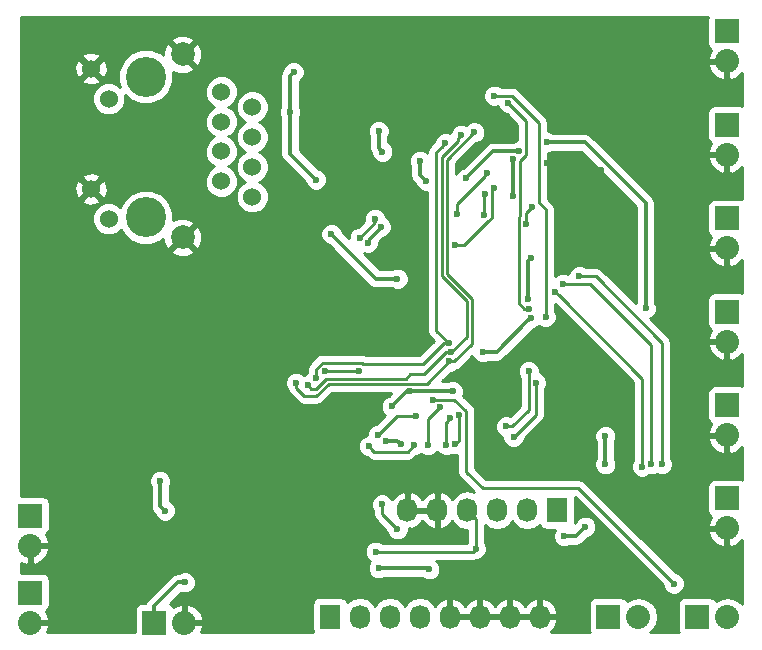
<source format=gbr>
G04 #@! TF.FileFunction,Copper,L2,Bot,Signal*
%FSLAX46Y46*%
G04 Gerber Fmt 4.6, Leading zero omitted, Abs format (unit mm)*
G04 Created by KiCad (PCBNEW 4.0.6-e0-6349~53~ubuntu16.04.1) date Mon Jul 24 21:03:44 2017*
%MOMM*%
%LPD*%
G01*
G04 APERTURE LIST*
%ADD10C,0.100000*%
%ADD11R,1.727200X2.032000*%
%ADD12O,1.727200X2.032000*%
%ADD13R,2.032000X2.032000*%
%ADD14O,2.032000X2.032000*%
%ADD15C,1.524000*%
%ADD16C,2.000000*%
%ADD17C,3.400000*%
%ADD18C,0.600000*%
%ADD19C,0.350000*%
%ADD20C,0.250000*%
%ADD21C,0.254000*%
G04 APERTURE END LIST*
D10*
D11*
X76120000Y-62500000D03*
D12*
X73580000Y-62500000D03*
X71040000Y-62500000D03*
X68500000Y-62500000D03*
X65960000Y-62500000D03*
X63420000Y-62500000D03*
D13*
X90500000Y-21960000D03*
D14*
X90500000Y-24500000D03*
D13*
X90500000Y-29868000D03*
D14*
X90500000Y-32408000D03*
D13*
X90500000Y-37776000D03*
D14*
X90500000Y-40316000D03*
D13*
X90500000Y-45684000D03*
D14*
X90500000Y-48224000D03*
D13*
X90500000Y-53592000D03*
D14*
X90500000Y-56132000D03*
D13*
X90500000Y-61500000D03*
D14*
X90500000Y-64040000D03*
D11*
X56880000Y-71500000D03*
D12*
X59420000Y-71500000D03*
X61960000Y-71500000D03*
X64500000Y-71500000D03*
X67040000Y-71500000D03*
X69580000Y-71500000D03*
X72120000Y-71500000D03*
X74660000Y-71500000D03*
D13*
X80460000Y-71500000D03*
D14*
X83000000Y-71500000D03*
D13*
X88000000Y-71500000D03*
D14*
X90540000Y-71500000D03*
D13*
X31500000Y-62960000D03*
D14*
X31500000Y-65500000D03*
D13*
X42000000Y-72000000D03*
D14*
X44540000Y-72000000D03*
D13*
X31500000Y-69460000D03*
D14*
X31500000Y-72000000D03*
D15*
X47700000Y-27050000D03*
X50300000Y-28350000D03*
X47700000Y-29583333D03*
X50300000Y-30883333D03*
X47700000Y-32116666D03*
X50300000Y-33416666D03*
X47700000Y-34649999D03*
X50300000Y-35949999D03*
D16*
X44400000Y-39400000D03*
X44400000Y-23900000D03*
D15*
X38150000Y-27650000D03*
X36650000Y-25100000D03*
X38150000Y-37800000D03*
X36650000Y-35300000D03*
D17*
X41300000Y-37700000D03*
X41300000Y-25800000D03*
D18*
X55000000Y-63250000D03*
X73700000Y-48100000D03*
X63900000Y-42900000D03*
X34000000Y-51300000D03*
X34700000Y-59900000D03*
X42500000Y-64500000D03*
X48700000Y-65700000D03*
X47900000Y-59100000D03*
X46000000Y-53900000D03*
X42700000Y-45100000D03*
X34100000Y-41100000D03*
X69900000Y-57800000D03*
X59300000Y-53200000D03*
X81500000Y-54500000D03*
X76800000Y-55900000D03*
X80200000Y-50300000D03*
X69100000Y-32100000D03*
X79800000Y-33700000D03*
X75300000Y-33100000D03*
X78400000Y-30500000D03*
X74000000Y-36800000D03*
X73500000Y-38300000D03*
X63700000Y-37400000D03*
X59800000Y-35500000D03*
X60700000Y-33500000D03*
X59900000Y-29200000D03*
X70000000Y-22800000D03*
X64300000Y-25800000D03*
X73900000Y-46200000D03*
X73900000Y-41123740D03*
X73627373Y-44623806D03*
X42910359Y-62526368D03*
X72374990Y-32794267D03*
X72374990Y-35900000D03*
X62600000Y-42900000D03*
X57000000Y-39100000D03*
X63700000Y-52400000D03*
X69800000Y-49100000D03*
X67300000Y-52400000D03*
X62100000Y-53700000D03*
X62900000Y-56900000D03*
X61600000Y-56600000D03*
X44600000Y-68600000D03*
X42500000Y-60000000D03*
X55700000Y-34500000D03*
X53800000Y-25400000D03*
X53500000Y-28800000D03*
X61327426Y-32137127D03*
X61000000Y-30375010D03*
X65013044Y-34614387D03*
X64500000Y-32900000D03*
X68400000Y-34400000D03*
X72874996Y-32104923D03*
X75269572Y-31345883D03*
X83600000Y-45400000D03*
X56500000Y-50700000D03*
X59369750Y-50709077D03*
X55700000Y-51300000D03*
X66665579Y-31414111D03*
X66945415Y-48339506D03*
X54000000Y-51700000D03*
X69100000Y-30500000D03*
X67000000Y-49900000D03*
X55000000Y-51900000D03*
X68008051Y-30708051D03*
X67147212Y-49113649D03*
X67054807Y-54704939D03*
X66702167Y-56959016D03*
X74325010Y-51700000D03*
X72425010Y-56300000D03*
X73700000Y-50700000D03*
X71800000Y-55400000D03*
X66173776Y-53777069D03*
X65200000Y-57000000D03*
X61300000Y-62000000D03*
X62600000Y-64100000D03*
X75940271Y-43996004D03*
X83300000Y-58800000D03*
X76600000Y-43325010D03*
X84100000Y-58600000D03*
X85000000Y-58600000D03*
X78000000Y-42700000D03*
X65600000Y-53200000D03*
X86000000Y-68700000D03*
X60079131Y-39849836D03*
X61200000Y-38500000D03*
X67500000Y-40000000D03*
X70800000Y-35200000D03*
X59412022Y-39408265D03*
X60700000Y-37800000D03*
X69974990Y-35710087D03*
X69900000Y-37500000D03*
X70192404Y-33962206D03*
X67625010Y-37395131D03*
X75150012Y-46134901D03*
X70800000Y-27400000D03*
X73745493Y-45415050D03*
X72000000Y-28025010D03*
X67807575Y-54434090D03*
X67500000Y-56900000D03*
X64202024Y-54528668D03*
X60924990Y-56165143D03*
X60172695Y-57072695D03*
X64000000Y-57000000D03*
X60750000Y-66000000D03*
X69250000Y-65750000D03*
X61000000Y-67400000D03*
X65300000Y-67500000D03*
X76700000Y-64700000D03*
X78500000Y-63900000D03*
X80200000Y-58600000D03*
X80200000Y-56200000D03*
D19*
X34700000Y-59900000D02*
X34800000Y-59800000D01*
X34800000Y-59800000D02*
X34800000Y-59600000D01*
X76800000Y-55900000D02*
X77000000Y-55900000D01*
X77000000Y-55900000D02*
X77100000Y-55800000D01*
D20*
X75300000Y-33100000D02*
X75900000Y-33700000D01*
X75900000Y-33700000D02*
X79800000Y-33700000D01*
X73500000Y-37300000D02*
X74000000Y-36800000D01*
X73500000Y-38300000D02*
X73500000Y-37300000D01*
D19*
X71000000Y-49100000D02*
X73600001Y-46499999D01*
X69800000Y-49100000D02*
X71000000Y-49100000D01*
X73600001Y-46499999D02*
X73900000Y-46200000D01*
X73627373Y-44623806D02*
X73627373Y-41396367D01*
X73627373Y-41396367D02*
X73900000Y-41123740D01*
X42500000Y-62116009D02*
X42610360Y-62226369D01*
X42500000Y-60000000D02*
X42500000Y-62116009D01*
X42610360Y-62226369D02*
X42910359Y-62526368D01*
X72374990Y-35900000D02*
X72374990Y-32794267D01*
X57000000Y-39100000D02*
X60800000Y-42900000D01*
X60800000Y-42900000D02*
X62600000Y-42900000D01*
X62100000Y-53700000D02*
X63400000Y-52400000D01*
X66875736Y-52400000D02*
X67300000Y-52400000D01*
X63400000Y-52400000D02*
X66875736Y-52400000D01*
X61600000Y-56600000D02*
X62600000Y-56600000D01*
X62600000Y-56600000D02*
X62900000Y-56900000D01*
X42000000Y-72000000D02*
X42000000Y-70634000D01*
X42000000Y-70634000D02*
X44034000Y-68600000D01*
X44034000Y-68600000D02*
X44600000Y-68600000D01*
X53500000Y-28800000D02*
X53500000Y-32300000D01*
X53500000Y-32300000D02*
X55700000Y-34500000D01*
X53500000Y-28800000D02*
X53500000Y-25700000D01*
X53500000Y-25700000D02*
X53800000Y-25400000D01*
X75693836Y-31345883D02*
X75269572Y-31345883D01*
X78444887Y-31345883D02*
X75693836Y-31345883D01*
X83600000Y-45400000D02*
X83600000Y-36500996D01*
X83600000Y-36500996D02*
X78444887Y-31345883D01*
X61000000Y-30375010D02*
X61000000Y-31809701D01*
X61027427Y-31837128D02*
X61327426Y-32137127D01*
X61000000Y-31809701D02*
X61027427Y-31837128D01*
X64713045Y-34314388D02*
X65013044Y-34614387D01*
X64500000Y-34101343D02*
X64713045Y-34314388D01*
X64500000Y-32900000D02*
X64500000Y-34101343D01*
X70695077Y-32104923D02*
X68400000Y-34400000D01*
X72874996Y-32104923D02*
X70695077Y-32104923D01*
D20*
X56509077Y-50709077D02*
X56500000Y-50700000D01*
X59369750Y-50709077D02*
X56509077Y-50709077D01*
X66945415Y-48339506D02*
X66521151Y-48339506D01*
X55700000Y-50575736D02*
X55700000Y-50875736D01*
X56275735Y-50000001D02*
X55700000Y-50575736D01*
X66521151Y-48339506D02*
X64760657Y-50100000D01*
X59585678Y-50000001D02*
X56275735Y-50000001D01*
X55700000Y-50875736D02*
X55700000Y-51300000D01*
X64760657Y-50100000D02*
X59685677Y-50100000D01*
X59685677Y-50100000D02*
X59585678Y-50000001D01*
X65899978Y-47294069D02*
X65899978Y-32179712D01*
X65899978Y-32179712D02*
X66365580Y-31714110D01*
X66945415Y-48339506D02*
X65899978Y-47294069D01*
X66365580Y-31714110D02*
X66665579Y-31414111D01*
X54000000Y-52124264D02*
X54000000Y-51700000D01*
X54700738Y-52825002D02*
X54000000Y-52124264D01*
X56761393Y-51800022D02*
X55736413Y-52825002D01*
X63474976Y-51800022D02*
X56761393Y-51800022D01*
X63499999Y-51774999D02*
X63474976Y-51800022D01*
X65125001Y-51774999D02*
X63499999Y-51774999D01*
X55736413Y-52825002D02*
X54700738Y-52825002D01*
X67000000Y-49900000D02*
X65125001Y-51774999D01*
X66800000Y-42500000D02*
X66800000Y-32800000D01*
X66800000Y-32800000D02*
X69100000Y-30500000D01*
X68900000Y-44600000D02*
X66800000Y-42500000D01*
X68900000Y-48424264D02*
X68900000Y-44600000D01*
X67000000Y-49900000D02*
X67424264Y-49900000D01*
X67424264Y-49900000D02*
X68900000Y-48424264D01*
X64886618Y-50949979D02*
X63688608Y-50949979D01*
X55299999Y-52199999D02*
X55000000Y-51900000D01*
X63288576Y-51350011D02*
X56574993Y-51350011D01*
X66722948Y-49113649D02*
X64886618Y-50949979D01*
X63688608Y-50949979D02*
X63288576Y-51350011D01*
X55725005Y-52199999D02*
X55299999Y-52199999D01*
X67147212Y-49113649D02*
X66722948Y-49113649D01*
X56574993Y-51350011D02*
X55725005Y-52199999D01*
X68449989Y-47810872D02*
X68449989Y-44786400D01*
X67708052Y-31008050D02*
X68008051Y-30708051D01*
X66349989Y-42686400D02*
X66349989Y-32613600D01*
X66349989Y-32613600D02*
X67708052Y-31255537D01*
X67147212Y-49113649D02*
X68449989Y-47810872D01*
X68449989Y-44786400D02*
X66349989Y-42686400D01*
X67708052Y-31255537D02*
X67708052Y-31008050D01*
X66702167Y-56959016D02*
X66702167Y-55057579D01*
X66702167Y-55057579D02*
X66754808Y-55004938D01*
X66754808Y-55004938D02*
X67054807Y-54704939D01*
X74325010Y-52124264D02*
X74325010Y-51700000D01*
X72425010Y-56300000D02*
X74325010Y-54400000D01*
X74325010Y-54400000D02*
X74325010Y-52124264D01*
X73700000Y-54000000D02*
X73700000Y-50700000D01*
X72300000Y-55400000D02*
X73700000Y-54000000D01*
X71800000Y-55400000D02*
X72300000Y-55400000D01*
X65873777Y-54077068D02*
X66173776Y-53777069D01*
X65200000Y-57000000D02*
X65200000Y-54750845D01*
X65200000Y-54750845D02*
X65873777Y-54077068D01*
X62600000Y-64100000D02*
X61300000Y-62800000D01*
X61300000Y-62800000D02*
X61300000Y-62000000D01*
X83300000Y-58800000D02*
X83300000Y-51355733D01*
X83300000Y-51355733D02*
X76240270Y-44296003D01*
X76240270Y-44296003D02*
X75940271Y-43996004D01*
X78925010Y-43325010D02*
X77024264Y-43325010D01*
X84100000Y-58600000D02*
X84100000Y-48500000D01*
X84100000Y-48500000D02*
X78925010Y-43325010D01*
X77024264Y-43325010D02*
X76600000Y-43325010D01*
X79400000Y-42700000D02*
X85000000Y-48300000D01*
X85000000Y-48300000D02*
X85000000Y-58600000D01*
X78000000Y-42700000D02*
X79400000Y-42700000D01*
X88000000Y-71500000D02*
X87300000Y-70800000D01*
X68432577Y-54134088D02*
X67423490Y-53125001D01*
X68432577Y-59232577D02*
X68432577Y-54134088D01*
X65674999Y-53125001D02*
X65600000Y-53200000D01*
X67423490Y-53125001D02*
X65674999Y-53125001D01*
X69800000Y-60600000D02*
X68432577Y-59232577D01*
X77900000Y-60600000D02*
X69800000Y-60600000D01*
X86000000Y-68700000D02*
X77900000Y-60600000D01*
X60079131Y-39620869D02*
X60079131Y-39849836D01*
X61200000Y-38500000D02*
X60079131Y-39620869D01*
X70300000Y-38025002D02*
X70248557Y-38025002D01*
X70248557Y-38025002D02*
X68273559Y-40000000D01*
X68273559Y-40000000D02*
X67500000Y-40000000D01*
X70599991Y-37725011D02*
X70300000Y-38025002D01*
X70800000Y-35200000D02*
X70599991Y-35400009D01*
X70599991Y-35400009D02*
X70599991Y-37725011D01*
X60700000Y-37800000D02*
X60700000Y-38120287D01*
X60700000Y-38120287D02*
X59412022Y-39408265D01*
X69900000Y-37500000D02*
X69900000Y-35785077D01*
X69900000Y-35785077D02*
X69974990Y-35710087D01*
X67625010Y-37395131D02*
X67625010Y-36529600D01*
X67625010Y-36529600D02*
X69892405Y-34262205D01*
X69892405Y-34262205D02*
X70192404Y-33962206D01*
X75150012Y-37025008D02*
X75150012Y-45710637D01*
X70800000Y-27400000D02*
X72300000Y-27400000D01*
X75150012Y-45710637D02*
X75150012Y-46134901D01*
X74593541Y-31718545D02*
X74593541Y-36468537D01*
X74574998Y-31700002D02*
X74593541Y-31718545D01*
X74574998Y-29674998D02*
X74574998Y-31700002D01*
X74593541Y-36468537D02*
X75150012Y-37025008D01*
X72300000Y-27400000D02*
X74574998Y-29674998D01*
X73510724Y-32394197D02*
X73000000Y-32904921D01*
X73000000Y-32904921D02*
X73000000Y-37574998D01*
X73510724Y-29535734D02*
X73510724Y-32394197D01*
X73000000Y-37574998D02*
X72874999Y-37699999D01*
X72874999Y-44968820D02*
X73321229Y-45415050D01*
X73321229Y-45415050D02*
X73745493Y-45415050D01*
X72874999Y-37699999D02*
X72874999Y-44968820D01*
X72000000Y-28025010D02*
X73510724Y-29535734D01*
X67807575Y-56592425D02*
X67807575Y-54858354D01*
X67807575Y-54858354D02*
X67807575Y-54434090D01*
X67500000Y-56900000D02*
X67807575Y-56592425D01*
X60924990Y-56165143D02*
X62561465Y-54528668D01*
X63777760Y-54528668D02*
X64202024Y-54528668D01*
X62561465Y-54528668D02*
X63777760Y-54528668D01*
X60472694Y-57372694D02*
X60172695Y-57072695D01*
X60625002Y-57525002D02*
X60472694Y-57372694D01*
X63474998Y-57525002D02*
X60625002Y-57525002D01*
X64000000Y-57000000D02*
X63474998Y-57525002D01*
X60750000Y-66000000D02*
X69000000Y-66000000D01*
X69000000Y-66000000D02*
X69250000Y-65750000D01*
X69250000Y-65750000D02*
X69250000Y-63250000D01*
X69250000Y-63250000D02*
X68500000Y-62500000D01*
D19*
X65200000Y-67400000D02*
X65300000Y-67500000D01*
X61000000Y-67400000D02*
X65200000Y-67400000D01*
X77700000Y-64700000D02*
X78500000Y-63900000D01*
X76700000Y-64700000D02*
X77700000Y-64700000D01*
X80200000Y-58600000D02*
X80200000Y-56200000D01*
D21*
G36*
X88836560Y-20944000D02*
X88836560Y-22976000D01*
X88880838Y-23211317D01*
X89019910Y-23427441D01*
X89166872Y-23527856D01*
X89162812Y-23531621D01*
X88894017Y-24117054D01*
X89012633Y-24373000D01*
X90373000Y-24373000D01*
X90373000Y-24353000D01*
X90627000Y-24353000D01*
X90627000Y-24373000D01*
X90647000Y-24373000D01*
X90647000Y-24627000D01*
X90627000Y-24627000D01*
X90627000Y-25986836D01*
X90882944Y-26105975D01*
X91364818Y-25906385D01*
X91790000Y-25512134D01*
X91790000Y-28270676D01*
X91767890Y-28255569D01*
X91516000Y-28204560D01*
X89484000Y-28204560D01*
X89248683Y-28248838D01*
X89032559Y-28387910D01*
X88887569Y-28600110D01*
X88836560Y-28852000D01*
X88836560Y-30884000D01*
X88880838Y-31119317D01*
X89019910Y-31335441D01*
X89166872Y-31435856D01*
X89162812Y-31439621D01*
X88894017Y-32025054D01*
X89012633Y-32281000D01*
X90373000Y-32281000D01*
X90373000Y-32261000D01*
X90627000Y-32261000D01*
X90627000Y-32281000D01*
X90647000Y-32281000D01*
X90647000Y-32535000D01*
X90627000Y-32535000D01*
X90627000Y-33894836D01*
X90882944Y-34013975D01*
X91364818Y-33814385D01*
X91790000Y-33420134D01*
X91790000Y-36178676D01*
X91767890Y-36163569D01*
X91516000Y-36112560D01*
X89484000Y-36112560D01*
X89248683Y-36156838D01*
X89032559Y-36295910D01*
X88887569Y-36508110D01*
X88836560Y-36760000D01*
X88836560Y-38792000D01*
X88880838Y-39027317D01*
X89019910Y-39243441D01*
X89166872Y-39343856D01*
X89162812Y-39347621D01*
X88894017Y-39933054D01*
X89012633Y-40189000D01*
X90373000Y-40189000D01*
X90373000Y-40169000D01*
X90627000Y-40169000D01*
X90627000Y-40189000D01*
X90647000Y-40189000D01*
X90647000Y-40443000D01*
X90627000Y-40443000D01*
X90627000Y-41802836D01*
X90882944Y-41921975D01*
X91364818Y-41722385D01*
X91790000Y-41328134D01*
X91790000Y-44086676D01*
X91767890Y-44071569D01*
X91516000Y-44020560D01*
X89484000Y-44020560D01*
X89248683Y-44064838D01*
X89032559Y-44203910D01*
X88887569Y-44416110D01*
X88836560Y-44668000D01*
X88836560Y-46700000D01*
X88880838Y-46935317D01*
X89019910Y-47151441D01*
X89166872Y-47251856D01*
X89162812Y-47255621D01*
X88894017Y-47841054D01*
X89012633Y-48097000D01*
X90373000Y-48097000D01*
X90373000Y-48077000D01*
X90627000Y-48077000D01*
X90627000Y-48097000D01*
X90647000Y-48097000D01*
X90647000Y-48351000D01*
X90627000Y-48351000D01*
X90627000Y-49710836D01*
X90882944Y-49829975D01*
X91364818Y-49630385D01*
X91790000Y-49236134D01*
X91790000Y-51994676D01*
X91767890Y-51979569D01*
X91516000Y-51928560D01*
X89484000Y-51928560D01*
X89248683Y-51972838D01*
X89032559Y-52111910D01*
X88887569Y-52324110D01*
X88836560Y-52576000D01*
X88836560Y-54608000D01*
X88880838Y-54843317D01*
X89019910Y-55059441D01*
X89166872Y-55159856D01*
X89162812Y-55163621D01*
X88894017Y-55749054D01*
X89012633Y-56005000D01*
X90373000Y-56005000D01*
X90373000Y-55985000D01*
X90627000Y-55985000D01*
X90627000Y-56005000D01*
X90647000Y-56005000D01*
X90647000Y-56259000D01*
X90627000Y-56259000D01*
X90627000Y-57618836D01*
X90882944Y-57737975D01*
X91364818Y-57538385D01*
X91790000Y-57144134D01*
X91790000Y-59902676D01*
X91767890Y-59887569D01*
X91516000Y-59836560D01*
X89484000Y-59836560D01*
X89248683Y-59880838D01*
X89032559Y-60019910D01*
X88887569Y-60232110D01*
X88836560Y-60484000D01*
X88836560Y-62516000D01*
X88880838Y-62751317D01*
X89019910Y-62967441D01*
X89166872Y-63067856D01*
X89162812Y-63071621D01*
X88894017Y-63657054D01*
X89012633Y-63913000D01*
X90373000Y-63913000D01*
X90373000Y-63893000D01*
X90627000Y-63893000D01*
X90627000Y-63913000D01*
X90647000Y-63913000D01*
X90647000Y-64167000D01*
X90627000Y-64167000D01*
X90627000Y-65526836D01*
X90882944Y-65645975D01*
X91364818Y-65446385D01*
X91790000Y-65052134D01*
X91790000Y-70407730D01*
X91739778Y-70332567D01*
X91204155Y-69974675D01*
X90572345Y-69849000D01*
X90507655Y-69849000D01*
X89875845Y-69974675D01*
X89573038Y-70177004D01*
X89480090Y-70032559D01*
X89267890Y-69887569D01*
X89016000Y-69836560D01*
X86984000Y-69836560D01*
X86748683Y-69880838D01*
X86532559Y-70019910D01*
X86387569Y-70232110D01*
X86336560Y-70484000D01*
X86336560Y-72516000D01*
X86380838Y-72751317D01*
X86405730Y-72790000D01*
X84016344Y-72790000D01*
X84199778Y-72667433D01*
X84557670Y-72131810D01*
X84683345Y-71500000D01*
X84557670Y-70868190D01*
X84199778Y-70332567D01*
X83664155Y-69974675D01*
X83032345Y-69849000D01*
X82967655Y-69849000D01*
X82335845Y-69974675D01*
X82033038Y-70177004D01*
X81940090Y-70032559D01*
X81727890Y-69887569D01*
X81476000Y-69836560D01*
X79444000Y-69836560D01*
X79208683Y-69880838D01*
X78992559Y-70019910D01*
X78847569Y-70232110D01*
X78796560Y-70484000D01*
X78796560Y-72516000D01*
X78840838Y-72751317D01*
X78865730Y-72790000D01*
X75616298Y-72790000D01*
X75951954Y-72414320D01*
X76145184Y-71861913D01*
X76000924Y-71627000D01*
X74787000Y-71627000D01*
X74787000Y-71647000D01*
X74533000Y-71647000D01*
X74533000Y-71627000D01*
X72247000Y-71627000D01*
X72247000Y-71647000D01*
X71993000Y-71647000D01*
X71993000Y-71627000D01*
X69707000Y-71627000D01*
X69707000Y-71647000D01*
X69453000Y-71647000D01*
X69453000Y-71627000D01*
X67167000Y-71627000D01*
X67167000Y-71647000D01*
X66913000Y-71647000D01*
X66913000Y-71627000D01*
X66893000Y-71627000D01*
X66893000Y-71373000D01*
X66913000Y-71373000D01*
X66913000Y-70013783D01*
X67167000Y-70013783D01*
X67167000Y-71373000D01*
X69453000Y-71373000D01*
X69453000Y-70013783D01*
X69707000Y-70013783D01*
X69707000Y-71373000D01*
X71993000Y-71373000D01*
X71993000Y-70013783D01*
X72247000Y-70013783D01*
X72247000Y-71373000D01*
X74533000Y-71373000D01*
X74533000Y-70013783D01*
X74787000Y-70013783D01*
X74787000Y-71373000D01*
X76000924Y-71373000D01*
X76145184Y-71138087D01*
X75951954Y-70585680D01*
X75562036Y-70149268D01*
X75034791Y-69895291D01*
X75019026Y-69892642D01*
X74787000Y-70013783D01*
X74533000Y-70013783D01*
X74300974Y-69892642D01*
X74285209Y-69895291D01*
X73757964Y-70149268D01*
X73390000Y-70561108D01*
X73022036Y-70149268D01*
X72494791Y-69895291D01*
X72479026Y-69892642D01*
X72247000Y-70013783D01*
X71993000Y-70013783D01*
X71760974Y-69892642D01*
X71745209Y-69895291D01*
X71217964Y-70149268D01*
X70850000Y-70561108D01*
X70482036Y-70149268D01*
X69954791Y-69895291D01*
X69939026Y-69892642D01*
X69707000Y-70013783D01*
X69453000Y-70013783D01*
X69220974Y-69892642D01*
X69205209Y-69895291D01*
X68677964Y-70149268D01*
X68310000Y-70561108D01*
X67942036Y-70149268D01*
X67414791Y-69895291D01*
X67399026Y-69892642D01*
X67167000Y-70013783D01*
X66913000Y-70013783D01*
X66680974Y-69892642D01*
X66665209Y-69895291D01*
X66137964Y-70149268D01*
X65766461Y-70565069D01*
X65559670Y-70255585D01*
X65073489Y-69930729D01*
X64500000Y-69816655D01*
X63926511Y-69930729D01*
X63440330Y-70255585D01*
X63230000Y-70570366D01*
X63019670Y-70255585D01*
X62533489Y-69930729D01*
X61960000Y-69816655D01*
X61386511Y-69930729D01*
X60900330Y-70255585D01*
X60690000Y-70570366D01*
X60479670Y-70255585D01*
X59993489Y-69930729D01*
X59420000Y-69816655D01*
X58846511Y-69930729D01*
X58360330Y-70255585D01*
X58350757Y-70269913D01*
X58346762Y-70248683D01*
X58207690Y-70032559D01*
X57995490Y-69887569D01*
X57743600Y-69836560D01*
X56016400Y-69836560D01*
X55781083Y-69880838D01*
X55564959Y-70019910D01*
X55419969Y-70232110D01*
X55368960Y-70484000D01*
X55368960Y-72516000D01*
X55413238Y-72751317D01*
X55438130Y-72790000D01*
X45977374Y-72790000D01*
X46145975Y-72382944D01*
X46026836Y-72127000D01*
X44667000Y-72127000D01*
X44667000Y-72147000D01*
X44413000Y-72147000D01*
X44413000Y-72127000D01*
X44393000Y-72127000D01*
X44393000Y-71873000D01*
X44413000Y-71873000D01*
X44413000Y-70512633D01*
X44667000Y-70512633D01*
X44667000Y-71873000D01*
X46026836Y-71873000D01*
X46145975Y-71617056D01*
X45946385Y-71135182D01*
X45508379Y-70662812D01*
X44922946Y-70394017D01*
X44667000Y-70512633D01*
X44413000Y-70512633D01*
X44157054Y-70394017D01*
X43571621Y-70662812D01*
X43567066Y-70667724D01*
X43480090Y-70532559D01*
X43341588Y-70437925D01*
X44294121Y-69485392D01*
X44413201Y-69534838D01*
X44785167Y-69535162D01*
X45128943Y-69393117D01*
X45392192Y-69130327D01*
X45534838Y-68786799D01*
X45535162Y-68414833D01*
X45393117Y-68071057D01*
X45130327Y-67807808D01*
X44786799Y-67665162D01*
X44414833Y-67664838D01*
X44111917Y-67790000D01*
X44034000Y-67790000D01*
X43724026Y-67851658D01*
X43639992Y-67907808D01*
X43461243Y-68027244D01*
X41427244Y-70061244D01*
X41251658Y-70324026D01*
X41249165Y-70336560D01*
X40984000Y-70336560D01*
X40748683Y-70380838D01*
X40532559Y-70519910D01*
X40387569Y-70732110D01*
X40336560Y-70984000D01*
X40336560Y-72790000D01*
X32919089Y-72790000D01*
X33105983Y-72382946D01*
X32987367Y-72127000D01*
X31627000Y-72127000D01*
X31627000Y-72147000D01*
X31373000Y-72147000D01*
X31373000Y-72127000D01*
X31353000Y-72127000D01*
X31353000Y-71873000D01*
X31373000Y-71873000D01*
X31373000Y-71853000D01*
X31627000Y-71853000D01*
X31627000Y-71873000D01*
X32987367Y-71873000D01*
X33105983Y-71617054D01*
X32837188Y-71031621D01*
X32832276Y-71027066D01*
X32967441Y-70940090D01*
X33112431Y-70727890D01*
X33163440Y-70476000D01*
X33163440Y-68444000D01*
X33119162Y-68208683D01*
X32980090Y-67992559D01*
X32767890Y-67847569D01*
X32516000Y-67796560D01*
X30710000Y-67796560D01*
X30710000Y-66937374D01*
X31117056Y-67105975D01*
X31373000Y-66986836D01*
X31373000Y-65627000D01*
X31627000Y-65627000D01*
X31627000Y-66986836D01*
X31882944Y-67105975D01*
X32364818Y-66906385D01*
X32837188Y-66468379D01*
X33105983Y-65882946D01*
X32987367Y-65627000D01*
X31627000Y-65627000D01*
X31373000Y-65627000D01*
X31353000Y-65627000D01*
X31353000Y-65373000D01*
X31373000Y-65373000D01*
X31373000Y-65353000D01*
X31627000Y-65353000D01*
X31627000Y-65373000D01*
X32987367Y-65373000D01*
X33105983Y-65117054D01*
X32837188Y-64531621D01*
X32832276Y-64527066D01*
X32967441Y-64440090D01*
X33112431Y-64227890D01*
X33163440Y-63976000D01*
X33163440Y-61944000D01*
X33119162Y-61708683D01*
X32980090Y-61492559D01*
X32767890Y-61347569D01*
X32516000Y-61296560D01*
X30710000Y-61296560D01*
X30710000Y-60185167D01*
X41564838Y-60185167D01*
X41690000Y-60488083D01*
X41690000Y-62116009D01*
X41751658Y-62425983D01*
X41820454Y-62528943D01*
X41927244Y-62688765D01*
X41992930Y-62754451D01*
X42117242Y-63055311D01*
X42380032Y-63318560D01*
X42723560Y-63461206D01*
X43095526Y-63461530D01*
X43439302Y-63319485D01*
X43702551Y-63056695D01*
X43845197Y-62713167D01*
X43845521Y-62341201D01*
X43781050Y-62185167D01*
X60364838Y-62185167D01*
X60506883Y-62528943D01*
X60540000Y-62562118D01*
X60540000Y-62800000D01*
X60597852Y-63090839D01*
X60762599Y-63337401D01*
X61664878Y-64239680D01*
X61664838Y-64285167D01*
X61806883Y-64628943D01*
X62069673Y-64892192D01*
X62413201Y-65034838D01*
X62785167Y-65035162D01*
X63128943Y-64893117D01*
X63392192Y-64630327D01*
X63534838Y-64286799D01*
X63534956Y-64151000D01*
X63547002Y-64151000D01*
X63547002Y-63986218D01*
X63779026Y-64107358D01*
X63794791Y-64104709D01*
X64322036Y-63850732D01*
X64690000Y-63438892D01*
X65057964Y-63850732D01*
X65585209Y-64104709D01*
X65600974Y-64107358D01*
X65833000Y-63986217D01*
X65833000Y-62627000D01*
X63547000Y-62627000D01*
X63547000Y-62647000D01*
X63293000Y-62647000D01*
X63293000Y-62627000D01*
X63273000Y-62627000D01*
X63273000Y-62373000D01*
X63293000Y-62373000D01*
X63293000Y-61013783D01*
X63547000Y-61013783D01*
X63547000Y-62373000D01*
X65833000Y-62373000D01*
X65833000Y-61013783D01*
X65600974Y-60892642D01*
X65585209Y-60895291D01*
X65057964Y-61149268D01*
X64690000Y-61561108D01*
X64322036Y-61149268D01*
X63794791Y-60895291D01*
X63779026Y-60892642D01*
X63547000Y-61013783D01*
X63293000Y-61013783D01*
X63060974Y-60892642D01*
X63045209Y-60895291D01*
X62517964Y-61149268D01*
X62136547Y-61576166D01*
X62093117Y-61471057D01*
X61830327Y-61207808D01*
X61486799Y-61065162D01*
X61114833Y-61064838D01*
X60771057Y-61206883D01*
X60507808Y-61469673D01*
X60365162Y-61813201D01*
X60364838Y-62185167D01*
X43781050Y-62185167D01*
X43703476Y-61997425D01*
X43440686Y-61734176D01*
X43310000Y-61679910D01*
X43310000Y-60487441D01*
X43434838Y-60186799D01*
X43435162Y-59814833D01*
X43293117Y-59471057D01*
X43030327Y-59207808D01*
X42686799Y-59065162D01*
X42314833Y-59064838D01*
X41971057Y-59206883D01*
X41707808Y-59469673D01*
X41565162Y-59813201D01*
X41564838Y-60185167D01*
X30710000Y-60185167D01*
X30710000Y-51885167D01*
X53064838Y-51885167D01*
X53206883Y-52228943D01*
X53274245Y-52296422D01*
X53297852Y-52415103D01*
X53462599Y-52661665D01*
X54163337Y-53362403D01*
X54409898Y-53527150D01*
X54700738Y-53585002D01*
X55736413Y-53585002D01*
X56027252Y-53527150D01*
X56273814Y-53362403D01*
X57076195Y-52560022D01*
X62094466Y-52560022D01*
X61871917Y-52782570D01*
X61571057Y-52906883D01*
X61307808Y-53169673D01*
X61165162Y-53513201D01*
X61164838Y-53885167D01*
X61306883Y-54228943D01*
X61546426Y-54468905D01*
X60785310Y-55230021D01*
X60739823Y-55229981D01*
X60396047Y-55372026D01*
X60132798Y-55634816D01*
X59990152Y-55978344D01*
X59990013Y-56137535D01*
X59987528Y-56137533D01*
X59643752Y-56279578D01*
X59380503Y-56542368D01*
X59237857Y-56885896D01*
X59237533Y-57257862D01*
X59379578Y-57601638D01*
X59642368Y-57864887D01*
X59985896Y-58007533D01*
X60032772Y-58007574D01*
X60087601Y-58062403D01*
X60334163Y-58227150D01*
X60625002Y-58285002D01*
X63474998Y-58285002D01*
X63765837Y-58227150D01*
X64012399Y-58062403D01*
X64139680Y-57935122D01*
X64185167Y-57935162D01*
X64528943Y-57793117D01*
X64599893Y-57722290D01*
X64669673Y-57792192D01*
X65013201Y-57934838D01*
X65385167Y-57935162D01*
X65728943Y-57793117D01*
X65971732Y-57550751D01*
X66171840Y-57751208D01*
X66515368Y-57893854D01*
X66887334Y-57894178D01*
X67172423Y-57776382D01*
X67313201Y-57834838D01*
X67672577Y-57835151D01*
X67672577Y-59232577D01*
X67730429Y-59523416D01*
X67895176Y-59769978D01*
X69051566Y-60926368D01*
X68500000Y-60816655D01*
X67926511Y-60930729D01*
X67440330Y-61255585D01*
X67233539Y-61565069D01*
X66862036Y-61149268D01*
X66334791Y-60895291D01*
X66319026Y-60892642D01*
X66087000Y-61013783D01*
X66087000Y-62373000D01*
X66107000Y-62373000D01*
X66107000Y-62627000D01*
X66087000Y-62627000D01*
X66087000Y-63986217D01*
X66319026Y-64107358D01*
X66334791Y-64104709D01*
X66862036Y-63850732D01*
X67233539Y-63434931D01*
X67440330Y-63744415D01*
X67926511Y-64069271D01*
X68490000Y-64181356D01*
X68490000Y-65187537D01*
X68457808Y-65219673D01*
X68449367Y-65240000D01*
X61312463Y-65240000D01*
X61280327Y-65207808D01*
X60936799Y-65065162D01*
X60564833Y-65064838D01*
X60221057Y-65206883D01*
X59957808Y-65469673D01*
X59815162Y-65813201D01*
X59814838Y-66185167D01*
X59956883Y-66528943D01*
X60219673Y-66792192D01*
X60266109Y-66811474D01*
X60207808Y-66869673D01*
X60065162Y-67213201D01*
X60064838Y-67585167D01*
X60206883Y-67928943D01*
X60469673Y-68192192D01*
X60813201Y-68334838D01*
X61185167Y-68335162D01*
X61488083Y-68210000D01*
X64687624Y-68210000D01*
X64769673Y-68292192D01*
X65113201Y-68434838D01*
X65485167Y-68435162D01*
X65828943Y-68293117D01*
X66092192Y-68030327D01*
X66234838Y-67686799D01*
X66235162Y-67314833D01*
X66093117Y-66971057D01*
X65882428Y-66760000D01*
X69000000Y-66760000D01*
X69290839Y-66702148D01*
X69316415Y-66685059D01*
X69435167Y-66685162D01*
X69778943Y-66543117D01*
X70042192Y-66280327D01*
X70184838Y-65936799D01*
X70185162Y-65564833D01*
X70043117Y-65221057D01*
X70010000Y-65187882D01*
X70010000Y-63764240D01*
X70466511Y-64069271D01*
X71040000Y-64183345D01*
X71613489Y-64069271D01*
X72099670Y-63744415D01*
X72310000Y-63429634D01*
X72520330Y-63744415D01*
X73006511Y-64069271D01*
X73580000Y-64183345D01*
X74153489Y-64069271D01*
X74639670Y-63744415D01*
X74649243Y-63730087D01*
X74653238Y-63751317D01*
X74792310Y-63967441D01*
X75004510Y-64112431D01*
X75256400Y-64163440D01*
X75914052Y-64163440D01*
X75907808Y-64169673D01*
X75765162Y-64513201D01*
X75764838Y-64885167D01*
X75906883Y-65228943D01*
X76169673Y-65492192D01*
X76513201Y-65634838D01*
X76885167Y-65635162D01*
X77188083Y-65510000D01*
X77700000Y-65510000D01*
X78009974Y-65448342D01*
X78272756Y-65272756D01*
X78728083Y-64817429D01*
X79028943Y-64693117D01*
X79292192Y-64430327D01*
X79434838Y-64086799D01*
X79435162Y-63714833D01*
X79293117Y-63371057D01*
X79030327Y-63107808D01*
X78686799Y-62965162D01*
X78314833Y-62964838D01*
X77971057Y-63106883D01*
X77707808Y-63369673D01*
X77615802Y-63591246D01*
X77631040Y-63516000D01*
X77631040Y-61484000D01*
X77612925Y-61387727D01*
X85064878Y-68839680D01*
X85064838Y-68885167D01*
X85206883Y-69228943D01*
X85469673Y-69492192D01*
X85813201Y-69634838D01*
X86185167Y-69635162D01*
X86528943Y-69493117D01*
X86792192Y-69230327D01*
X86934838Y-68886799D01*
X86935162Y-68514833D01*
X86793117Y-68171057D01*
X86530327Y-67907808D01*
X86186799Y-67765162D01*
X86139923Y-67765121D01*
X82797748Y-64422946D01*
X88894017Y-64422946D01*
X89162812Y-65008379D01*
X89635182Y-65446385D01*
X90117056Y-65645975D01*
X90373000Y-65526836D01*
X90373000Y-64167000D01*
X89012633Y-64167000D01*
X88894017Y-64422946D01*
X82797748Y-64422946D01*
X78437401Y-60062599D01*
X78190839Y-59897852D01*
X77900000Y-59840000D01*
X70114802Y-59840000D01*
X69192577Y-58917775D01*
X69192577Y-55585167D01*
X70864838Y-55585167D01*
X71006883Y-55928943D01*
X71269673Y-56192192D01*
X71490023Y-56283690D01*
X71489848Y-56485167D01*
X71631893Y-56828943D01*
X71894683Y-57092192D01*
X72238211Y-57234838D01*
X72610177Y-57235162D01*
X72953953Y-57093117D01*
X73217202Y-56830327D01*
X73359848Y-56486799D01*
X73359889Y-56439923D01*
X73414645Y-56385167D01*
X79264838Y-56385167D01*
X79390000Y-56688083D01*
X79390000Y-58112559D01*
X79265162Y-58413201D01*
X79264838Y-58785167D01*
X79406883Y-59128943D01*
X79669673Y-59392192D01*
X80013201Y-59534838D01*
X80385167Y-59535162D01*
X80728943Y-59393117D01*
X80992192Y-59130327D01*
X81134838Y-58786799D01*
X81135162Y-58414833D01*
X81010000Y-58111917D01*
X81010000Y-56687441D01*
X81134838Y-56386799D01*
X81135162Y-56014833D01*
X80993117Y-55671057D01*
X80730327Y-55407808D01*
X80386799Y-55265162D01*
X80014833Y-55264838D01*
X79671057Y-55406883D01*
X79407808Y-55669673D01*
X79265162Y-56013201D01*
X79264838Y-56385167D01*
X73414645Y-56385167D01*
X74862411Y-54937401D01*
X75027158Y-54690839D01*
X75085010Y-54400000D01*
X75085010Y-52262463D01*
X75117202Y-52230327D01*
X75259848Y-51886799D01*
X75260172Y-51514833D01*
X75118127Y-51171057D01*
X74855337Y-50907808D01*
X74634899Y-50816274D01*
X74635162Y-50514833D01*
X74493117Y-50171057D01*
X74230327Y-49907808D01*
X73886799Y-49765162D01*
X73514833Y-49764838D01*
X73171057Y-49906883D01*
X72907808Y-50169673D01*
X72765162Y-50513201D01*
X72764838Y-50885167D01*
X72906883Y-51228943D01*
X72940000Y-51262118D01*
X72940000Y-53685198D01*
X72109207Y-54515991D01*
X71986799Y-54465162D01*
X71614833Y-54464838D01*
X71271057Y-54606883D01*
X71007808Y-54869673D01*
X70865162Y-55213201D01*
X70864838Y-55585167D01*
X69192577Y-55585167D01*
X69192577Y-54134088D01*
X69134725Y-53843249D01*
X68969978Y-53596687D01*
X68154225Y-52780934D01*
X68234838Y-52586799D01*
X68235162Y-52214833D01*
X68093117Y-51871057D01*
X67830327Y-51607808D01*
X67486799Y-51465162D01*
X67114833Y-51464838D01*
X66811917Y-51590000D01*
X66384802Y-51590000D01*
X67139680Y-50835122D01*
X67185167Y-50835162D01*
X67528943Y-50693117D01*
X67596422Y-50625755D01*
X67715103Y-50602148D01*
X67961665Y-50437401D01*
X68937659Y-49461407D01*
X69006883Y-49628943D01*
X69269673Y-49892192D01*
X69613201Y-50034838D01*
X69985167Y-50035162D01*
X70288083Y-49910000D01*
X71000000Y-49910000D01*
X71309974Y-49848342D01*
X71572756Y-49672756D01*
X74128084Y-47117429D01*
X74428943Y-46993117D01*
X74557492Y-46864792D01*
X74619685Y-46927093D01*
X74963213Y-47069739D01*
X75335179Y-47070063D01*
X75678955Y-46928018D01*
X75942204Y-46665228D01*
X76084850Y-46321700D01*
X76085174Y-45949734D01*
X75943129Y-45605958D01*
X75910012Y-45572783D01*
X75910012Y-45040547D01*
X82540000Y-51670535D01*
X82540000Y-58237537D01*
X82507808Y-58269673D01*
X82365162Y-58613201D01*
X82364838Y-58985167D01*
X82506883Y-59328943D01*
X82769673Y-59592192D01*
X83113201Y-59734838D01*
X83485167Y-59735162D01*
X83828943Y-59593117D01*
X83894926Y-59527249D01*
X83913201Y-59534838D01*
X84285167Y-59535162D01*
X84550228Y-59425641D01*
X84813201Y-59534838D01*
X85185167Y-59535162D01*
X85528943Y-59393117D01*
X85792192Y-59130327D01*
X85934838Y-58786799D01*
X85935162Y-58414833D01*
X85793117Y-58071057D01*
X85760000Y-58037882D01*
X85760000Y-56514946D01*
X88894017Y-56514946D01*
X89162812Y-57100379D01*
X89635182Y-57538385D01*
X90117056Y-57737975D01*
X90373000Y-57618836D01*
X90373000Y-56259000D01*
X89012633Y-56259000D01*
X88894017Y-56514946D01*
X85760000Y-56514946D01*
X85760000Y-48606946D01*
X88894017Y-48606946D01*
X89162812Y-49192379D01*
X89635182Y-49630385D01*
X90117056Y-49829975D01*
X90373000Y-49710836D01*
X90373000Y-48351000D01*
X89012633Y-48351000D01*
X88894017Y-48606946D01*
X85760000Y-48606946D01*
X85760000Y-48300000D01*
X85702148Y-48009161D01*
X85537401Y-47762599D01*
X84014999Y-46240197D01*
X84128943Y-46193117D01*
X84392192Y-45930327D01*
X84534838Y-45586799D01*
X84535162Y-45214833D01*
X84410000Y-44911917D01*
X84410000Y-40698946D01*
X88894017Y-40698946D01*
X89162812Y-41284379D01*
X89635182Y-41722385D01*
X90117056Y-41921975D01*
X90373000Y-41802836D01*
X90373000Y-40443000D01*
X89012633Y-40443000D01*
X88894017Y-40698946D01*
X84410000Y-40698946D01*
X84410000Y-36500996D01*
X84404383Y-36472756D01*
X84348343Y-36191023D01*
X84172757Y-35928240D01*
X81035463Y-32790946D01*
X88894017Y-32790946D01*
X89162812Y-33376379D01*
X89635182Y-33814385D01*
X90117056Y-34013975D01*
X90373000Y-33894836D01*
X90373000Y-32535000D01*
X89012633Y-32535000D01*
X88894017Y-32790946D01*
X81035463Y-32790946D01*
X79017643Y-30773127D01*
X78920250Y-30708051D01*
X78754861Y-30597541D01*
X78444887Y-30535883D01*
X75757013Y-30535883D01*
X75456371Y-30411045D01*
X75334998Y-30410939D01*
X75334998Y-29674998D01*
X75277146Y-29384159D01*
X75112399Y-29137597D01*
X72837401Y-26862599D01*
X72590839Y-26697852D01*
X72300000Y-26640000D01*
X71362463Y-26640000D01*
X71330327Y-26607808D01*
X70986799Y-26465162D01*
X70614833Y-26464838D01*
X70271057Y-26606883D01*
X70007808Y-26869673D01*
X69865162Y-27213201D01*
X69864838Y-27585167D01*
X70006883Y-27928943D01*
X70269673Y-28192192D01*
X70613201Y-28334838D01*
X70985167Y-28335162D01*
X71097331Y-28288817D01*
X71206883Y-28553953D01*
X71469673Y-28817202D01*
X71813201Y-28959848D01*
X71860077Y-28959889D01*
X72750724Y-29850536D01*
X72750724Y-31169814D01*
X72689829Y-31169761D01*
X72386913Y-31294923D01*
X70695077Y-31294923D01*
X70385103Y-31356581D01*
X70267984Y-31434838D01*
X70122320Y-31532167D01*
X68171918Y-33482570D01*
X67871057Y-33606883D01*
X67607808Y-33869673D01*
X67560000Y-33984807D01*
X67560000Y-33114802D01*
X69239680Y-31435122D01*
X69285167Y-31435162D01*
X69628943Y-31293117D01*
X69892192Y-31030327D01*
X70034838Y-30686799D01*
X70035162Y-30314833D01*
X69893117Y-29971057D01*
X69630327Y-29707808D01*
X69286799Y-29565162D01*
X68914833Y-29564838D01*
X68571057Y-29706883D01*
X68413613Y-29864052D01*
X68194850Y-29773213D01*
X67822884Y-29772889D01*
X67479108Y-29914934D01*
X67215859Y-30177724D01*
X67073213Y-30521252D01*
X67073170Y-30570954D01*
X66852378Y-30479273D01*
X66480412Y-30478949D01*
X66136636Y-30620994D01*
X65873387Y-30883784D01*
X65730741Y-31227312D01*
X65730700Y-31274188D01*
X65362577Y-31642311D01*
X65197830Y-31888873D01*
X65139978Y-32179712D01*
X65139978Y-32217651D01*
X65030327Y-32107808D01*
X64686799Y-31965162D01*
X64314833Y-31964838D01*
X63971057Y-32106883D01*
X63707808Y-32369673D01*
X63565162Y-32713201D01*
X63564838Y-33085167D01*
X63690000Y-33388083D01*
X63690000Y-34101343D01*
X63751658Y-34411317D01*
X63868912Y-34586799D01*
X63927244Y-34674099D01*
X64095615Y-34842470D01*
X64219927Y-35143330D01*
X64482717Y-35406579D01*
X64826245Y-35549225D01*
X65139978Y-35549498D01*
X65139978Y-47294069D01*
X65197830Y-47584908D01*
X65362577Y-47831470D01*
X65658481Y-48127374D01*
X64445855Y-49340000D01*
X59939595Y-49340000D01*
X59876517Y-49297853D01*
X59585678Y-49240001D01*
X56275735Y-49240001D01*
X55984895Y-49297853D01*
X55738334Y-49462600D01*
X55162599Y-50038335D01*
X54997852Y-50284897D01*
X54940000Y-50575736D01*
X54940000Y-50737537D01*
X54907808Y-50769673D01*
X54826764Y-50964848D01*
X54814833Y-50964838D01*
X54653714Y-51031411D01*
X54530327Y-50907808D01*
X54186799Y-50765162D01*
X53814833Y-50764838D01*
X53471057Y-50906883D01*
X53207808Y-51169673D01*
X53065162Y-51513201D01*
X53064838Y-51885167D01*
X30710000Y-51885167D01*
X30710000Y-40552532D01*
X43427073Y-40552532D01*
X43525736Y-40819387D01*
X44135461Y-41045908D01*
X44785460Y-41021856D01*
X45274264Y-40819387D01*
X45372927Y-40552532D01*
X44400000Y-39579605D01*
X43427073Y-40552532D01*
X30710000Y-40552532D01*
X30710000Y-38076661D01*
X36752758Y-38076661D01*
X36964990Y-38590303D01*
X37357630Y-38983629D01*
X37870900Y-39196757D01*
X38426661Y-39197242D01*
X38940303Y-38985010D01*
X39198134Y-38727629D01*
X39319329Y-39020943D01*
X39975602Y-39678362D01*
X40833502Y-40034593D01*
X41762422Y-40035404D01*
X42620943Y-39680671D01*
X42768805Y-39533067D01*
X42778144Y-39785460D01*
X42980613Y-40274264D01*
X43247468Y-40372927D01*
X44220395Y-39400000D01*
X44579605Y-39400000D01*
X45552532Y-40372927D01*
X45819387Y-40274264D01*
X46045908Y-39664539D01*
X46031871Y-39285167D01*
X56064838Y-39285167D01*
X56206883Y-39628943D01*
X56469673Y-39892192D01*
X56772372Y-40017884D01*
X60227244Y-43472757D01*
X60490027Y-43648343D01*
X60800000Y-43710000D01*
X62112559Y-43710000D01*
X62413201Y-43834838D01*
X62785167Y-43835162D01*
X63128943Y-43693117D01*
X63392192Y-43430327D01*
X63534838Y-43086799D01*
X63535162Y-42714833D01*
X63393117Y-42371057D01*
X63130327Y-42107808D01*
X62786799Y-41965162D01*
X62414833Y-41964838D01*
X62111917Y-42090000D01*
X61135513Y-42090000D01*
X59786057Y-40740545D01*
X59892332Y-40784674D01*
X60264298Y-40784998D01*
X60608074Y-40642953D01*
X60871323Y-40380163D01*
X61013969Y-40036635D01*
X61014209Y-39760593D01*
X61339680Y-39435122D01*
X61385167Y-39435162D01*
X61728943Y-39293117D01*
X61992192Y-39030327D01*
X62134838Y-38686799D01*
X62135162Y-38314833D01*
X61993117Y-37971057D01*
X61730327Y-37707808D01*
X61635115Y-37668273D01*
X61635162Y-37614833D01*
X61493117Y-37271057D01*
X61230327Y-37007808D01*
X60886799Y-36865162D01*
X60514833Y-36864838D01*
X60171057Y-37006883D01*
X59907808Y-37269673D01*
X59765162Y-37613201D01*
X59764842Y-37980643D01*
X59272342Y-38473143D01*
X59226855Y-38473103D01*
X58883079Y-38615148D01*
X58619830Y-38877938D01*
X58477184Y-39221466D01*
X58477001Y-39431489D01*
X57917430Y-38871918D01*
X57793117Y-38571057D01*
X57530327Y-38307808D01*
X57186799Y-38165162D01*
X56814833Y-38164838D01*
X56471057Y-38306883D01*
X56207808Y-38569673D01*
X56065162Y-38913201D01*
X56064838Y-39285167D01*
X46031871Y-39285167D01*
X46021856Y-39014540D01*
X45819387Y-38525736D01*
X45552532Y-38427073D01*
X44579605Y-39400000D01*
X44220395Y-39400000D01*
X44206253Y-39385858D01*
X44385858Y-39206253D01*
X44400000Y-39220395D01*
X45372927Y-38247468D01*
X45274264Y-37980613D01*
X44664539Y-37754092D01*
X44014540Y-37778144D01*
X43634795Y-37935439D01*
X43635404Y-37237578D01*
X43280671Y-36379057D01*
X42624398Y-35721638D01*
X41766498Y-35365407D01*
X40837578Y-35364596D01*
X39979057Y-35719329D01*
X39321638Y-36375602D01*
X39139615Y-36813961D01*
X38942370Y-36616371D01*
X38429100Y-36403243D01*
X37873339Y-36402758D01*
X37359697Y-36614990D01*
X36966371Y-37007630D01*
X36753243Y-37520900D01*
X36752758Y-38076661D01*
X30710000Y-38076661D01*
X30710000Y-36280213D01*
X35849392Y-36280213D01*
X35918857Y-36522397D01*
X36442302Y-36709144D01*
X36997368Y-36681362D01*
X37381143Y-36522397D01*
X37450608Y-36280213D01*
X36650000Y-35479605D01*
X35849392Y-36280213D01*
X30710000Y-36280213D01*
X30710000Y-35092302D01*
X35240856Y-35092302D01*
X35268638Y-35647368D01*
X35427603Y-36031143D01*
X35669787Y-36100608D01*
X36470395Y-35300000D01*
X36829605Y-35300000D01*
X37630213Y-36100608D01*
X37872397Y-36031143D01*
X38059144Y-35507698D01*
X38031362Y-34952632D01*
X37872397Y-34568857D01*
X37630213Y-34499392D01*
X36829605Y-35300000D01*
X36470395Y-35300000D01*
X35669787Y-34499392D01*
X35427603Y-34568857D01*
X35240856Y-35092302D01*
X30710000Y-35092302D01*
X30710000Y-34319787D01*
X35849392Y-34319787D01*
X36650000Y-35120395D01*
X37450608Y-34319787D01*
X37381143Y-34077603D01*
X36857698Y-33890856D01*
X36302632Y-33918638D01*
X35918857Y-34077603D01*
X35849392Y-34319787D01*
X30710000Y-34319787D01*
X30710000Y-27926661D01*
X36752758Y-27926661D01*
X36964990Y-28440303D01*
X37357630Y-28833629D01*
X37870900Y-29046757D01*
X38426661Y-29047242D01*
X38940303Y-28835010D01*
X39333629Y-28442370D01*
X39546757Y-27929100D01*
X39547242Y-27373339D01*
X39530262Y-27332244D01*
X39975602Y-27778362D01*
X40833502Y-28134593D01*
X41762422Y-28135404D01*
X42620943Y-27780671D01*
X43075745Y-27326661D01*
X46302758Y-27326661D01*
X46514990Y-27840303D01*
X46907630Y-28233629D01*
X47107464Y-28316607D01*
X46909697Y-28398323D01*
X46516371Y-28790963D01*
X46303243Y-29304233D01*
X46302758Y-29859994D01*
X46514990Y-30373636D01*
X46907630Y-30766962D01*
X47107464Y-30849940D01*
X46909697Y-30931656D01*
X46516371Y-31324296D01*
X46303243Y-31837566D01*
X46302758Y-32393327D01*
X46514990Y-32906969D01*
X46907630Y-33300295D01*
X47107464Y-33383273D01*
X46909697Y-33464989D01*
X46516371Y-33857629D01*
X46303243Y-34370899D01*
X46302758Y-34926660D01*
X46514990Y-35440302D01*
X46907630Y-35833628D01*
X47420900Y-36046756D01*
X47976661Y-36047241D01*
X48490303Y-35835009D01*
X48883629Y-35442369D01*
X49096757Y-34929099D01*
X49097242Y-34373338D01*
X48885010Y-33859696D01*
X48492370Y-33466370D01*
X48292536Y-33383392D01*
X48490303Y-33301676D01*
X48883629Y-32909036D01*
X49096757Y-32395766D01*
X49097242Y-31840005D01*
X48885010Y-31326363D01*
X48492370Y-30933037D01*
X48292536Y-30850059D01*
X48490303Y-30768343D01*
X48883629Y-30375703D01*
X49096757Y-29862433D01*
X49097242Y-29306672D01*
X48885010Y-28793030D01*
X48718932Y-28626661D01*
X48902758Y-28626661D01*
X49114990Y-29140303D01*
X49507630Y-29533629D01*
X49707464Y-29616607D01*
X49509697Y-29698323D01*
X49116371Y-30090963D01*
X48903243Y-30604233D01*
X48902758Y-31159994D01*
X49114990Y-31673636D01*
X49507630Y-32066962D01*
X49707464Y-32149940D01*
X49509697Y-32231656D01*
X49116371Y-32624296D01*
X48903243Y-33137566D01*
X48902758Y-33693327D01*
X49114990Y-34206969D01*
X49507630Y-34600295D01*
X49707464Y-34683273D01*
X49509697Y-34764989D01*
X49116371Y-35157629D01*
X48903243Y-35670899D01*
X48902758Y-36226660D01*
X49114990Y-36740302D01*
X49507630Y-37133628D01*
X50020900Y-37346756D01*
X50576661Y-37347241D01*
X51090303Y-37135009D01*
X51483629Y-36742369D01*
X51696757Y-36229099D01*
X51697242Y-35673338D01*
X51485010Y-35159696D01*
X51092370Y-34766370D01*
X50892536Y-34683392D01*
X51090303Y-34601676D01*
X51483629Y-34209036D01*
X51696757Y-33695766D01*
X51697242Y-33140005D01*
X51485010Y-32626363D01*
X51092370Y-32233037D01*
X50892536Y-32150059D01*
X51090303Y-32068343D01*
X51483629Y-31675703D01*
X51696757Y-31162433D01*
X51697242Y-30606672D01*
X51485010Y-30093030D01*
X51092370Y-29699704D01*
X50892536Y-29616726D01*
X51090303Y-29535010D01*
X51483629Y-29142370D01*
X51548905Y-28985167D01*
X52564838Y-28985167D01*
X52690000Y-29288083D01*
X52690000Y-32300000D01*
X52751658Y-32609974D01*
X52927244Y-32872756D01*
X54782571Y-34728084D01*
X54906883Y-35028943D01*
X55169673Y-35292192D01*
X55513201Y-35434838D01*
X55885167Y-35435162D01*
X56228943Y-35293117D01*
X56492192Y-35030327D01*
X56634838Y-34686799D01*
X56635162Y-34314833D01*
X56493117Y-33971057D01*
X56230327Y-33707808D01*
X55927629Y-33582116D01*
X54310000Y-31964488D01*
X54310000Y-30560177D01*
X60064838Y-30560177D01*
X60190000Y-30863093D01*
X60190000Y-31809701D01*
X60251658Y-32119675D01*
X60365526Y-32290090D01*
X60400722Y-32342764D01*
X60534309Y-32666070D01*
X60797099Y-32929319D01*
X61140627Y-33071965D01*
X61512593Y-33072289D01*
X61856369Y-32930244D01*
X62119618Y-32667454D01*
X62262264Y-32323926D01*
X62262588Y-31951960D01*
X62120543Y-31608184D01*
X61857753Y-31344935D01*
X61810000Y-31325106D01*
X61810000Y-30862451D01*
X61934838Y-30561809D01*
X61935162Y-30189843D01*
X61793117Y-29846067D01*
X61530327Y-29582818D01*
X61186799Y-29440172D01*
X60814833Y-29439848D01*
X60471057Y-29581893D01*
X60207808Y-29844683D01*
X60065162Y-30188211D01*
X60064838Y-30560177D01*
X54310000Y-30560177D01*
X54310000Y-29287441D01*
X54434838Y-28986799D01*
X54435162Y-28614833D01*
X54310000Y-28311917D01*
X54310000Y-26200944D01*
X54328943Y-26193117D01*
X54592192Y-25930327D01*
X54734838Y-25586799D01*
X54735162Y-25214833D01*
X54598030Y-24882946D01*
X88894017Y-24882946D01*
X89162812Y-25468379D01*
X89635182Y-25906385D01*
X90117056Y-26105975D01*
X90373000Y-25986836D01*
X90373000Y-24627000D01*
X89012633Y-24627000D01*
X88894017Y-24882946D01*
X54598030Y-24882946D01*
X54593117Y-24871057D01*
X54330327Y-24607808D01*
X53986799Y-24465162D01*
X53614833Y-24464838D01*
X53271057Y-24606883D01*
X53007808Y-24869673D01*
X52865162Y-25213201D01*
X52865156Y-25220165D01*
X52751658Y-25390026D01*
X52690000Y-25700000D01*
X52690000Y-28312559D01*
X52565162Y-28613201D01*
X52564838Y-28985167D01*
X51548905Y-28985167D01*
X51696757Y-28629100D01*
X51697242Y-28073339D01*
X51485010Y-27559697D01*
X51092370Y-27166371D01*
X50579100Y-26953243D01*
X50023339Y-26952758D01*
X49509697Y-27164990D01*
X49116371Y-27557630D01*
X48903243Y-28070900D01*
X48902758Y-28626661D01*
X48718932Y-28626661D01*
X48492370Y-28399704D01*
X48292536Y-28316726D01*
X48490303Y-28235010D01*
X48883629Y-27842370D01*
X49096757Y-27329100D01*
X49097242Y-26773339D01*
X48885010Y-26259697D01*
X48492370Y-25866371D01*
X47979100Y-25653243D01*
X47423339Y-25652758D01*
X46909697Y-25864990D01*
X46516371Y-26257630D01*
X46303243Y-26770900D01*
X46302758Y-27326661D01*
X43075745Y-27326661D01*
X43278362Y-27124398D01*
X43634593Y-26266498D01*
X43635384Y-25360123D01*
X44135461Y-25545908D01*
X44785460Y-25521856D01*
X45274264Y-25319387D01*
X45372927Y-25052532D01*
X44400000Y-24079605D01*
X44385858Y-24093748D01*
X44206253Y-23914143D01*
X44220395Y-23900000D01*
X44579605Y-23900000D01*
X45552532Y-24872927D01*
X45819387Y-24774264D01*
X46045908Y-24164539D01*
X46021856Y-23514540D01*
X45819387Y-23025736D01*
X45552532Y-22927073D01*
X44579605Y-23900000D01*
X44220395Y-23900000D01*
X43247468Y-22927073D01*
X42980613Y-23025736D01*
X42754092Y-23635461D01*
X42766239Y-23963727D01*
X42624398Y-23821638D01*
X41766498Y-23465407D01*
X40837578Y-23464596D01*
X39979057Y-23819329D01*
X39321638Y-24475602D01*
X38965407Y-25333502D01*
X38964596Y-26262422D01*
X39124076Y-26648395D01*
X38942370Y-26466371D01*
X38429100Y-26253243D01*
X37873339Y-26252758D01*
X37359697Y-26464990D01*
X36966371Y-26857630D01*
X36753243Y-27370900D01*
X36752758Y-27926661D01*
X30710000Y-27926661D01*
X30710000Y-26080213D01*
X35849392Y-26080213D01*
X35918857Y-26322397D01*
X36442302Y-26509144D01*
X36997368Y-26481362D01*
X37381143Y-26322397D01*
X37450608Y-26080213D01*
X36650000Y-25279605D01*
X35849392Y-26080213D01*
X30710000Y-26080213D01*
X30710000Y-24892302D01*
X35240856Y-24892302D01*
X35268638Y-25447368D01*
X35427603Y-25831143D01*
X35669787Y-25900608D01*
X36470395Y-25100000D01*
X36829605Y-25100000D01*
X37630213Y-25900608D01*
X37872397Y-25831143D01*
X38059144Y-25307698D01*
X38031362Y-24752632D01*
X37872397Y-24368857D01*
X37630213Y-24299392D01*
X36829605Y-25100000D01*
X36470395Y-25100000D01*
X35669787Y-24299392D01*
X35427603Y-24368857D01*
X35240856Y-24892302D01*
X30710000Y-24892302D01*
X30710000Y-24119787D01*
X35849392Y-24119787D01*
X36650000Y-24920395D01*
X37450608Y-24119787D01*
X37381143Y-23877603D01*
X36857698Y-23690856D01*
X36302632Y-23718638D01*
X35918857Y-23877603D01*
X35849392Y-24119787D01*
X30710000Y-24119787D01*
X30710000Y-22747468D01*
X43427073Y-22747468D01*
X44400000Y-23720395D01*
X45372927Y-22747468D01*
X45274264Y-22480613D01*
X44664539Y-22254092D01*
X44014540Y-22278144D01*
X43525736Y-22480613D01*
X43427073Y-22747468D01*
X30710000Y-22747468D01*
X30710000Y-20710000D01*
X88883946Y-20710000D01*
X88836560Y-20944000D01*
X88836560Y-20944000D01*
G37*
X88836560Y-20944000D02*
X88836560Y-22976000D01*
X88880838Y-23211317D01*
X89019910Y-23427441D01*
X89166872Y-23527856D01*
X89162812Y-23531621D01*
X88894017Y-24117054D01*
X89012633Y-24373000D01*
X90373000Y-24373000D01*
X90373000Y-24353000D01*
X90627000Y-24353000D01*
X90627000Y-24373000D01*
X90647000Y-24373000D01*
X90647000Y-24627000D01*
X90627000Y-24627000D01*
X90627000Y-25986836D01*
X90882944Y-26105975D01*
X91364818Y-25906385D01*
X91790000Y-25512134D01*
X91790000Y-28270676D01*
X91767890Y-28255569D01*
X91516000Y-28204560D01*
X89484000Y-28204560D01*
X89248683Y-28248838D01*
X89032559Y-28387910D01*
X88887569Y-28600110D01*
X88836560Y-28852000D01*
X88836560Y-30884000D01*
X88880838Y-31119317D01*
X89019910Y-31335441D01*
X89166872Y-31435856D01*
X89162812Y-31439621D01*
X88894017Y-32025054D01*
X89012633Y-32281000D01*
X90373000Y-32281000D01*
X90373000Y-32261000D01*
X90627000Y-32261000D01*
X90627000Y-32281000D01*
X90647000Y-32281000D01*
X90647000Y-32535000D01*
X90627000Y-32535000D01*
X90627000Y-33894836D01*
X90882944Y-34013975D01*
X91364818Y-33814385D01*
X91790000Y-33420134D01*
X91790000Y-36178676D01*
X91767890Y-36163569D01*
X91516000Y-36112560D01*
X89484000Y-36112560D01*
X89248683Y-36156838D01*
X89032559Y-36295910D01*
X88887569Y-36508110D01*
X88836560Y-36760000D01*
X88836560Y-38792000D01*
X88880838Y-39027317D01*
X89019910Y-39243441D01*
X89166872Y-39343856D01*
X89162812Y-39347621D01*
X88894017Y-39933054D01*
X89012633Y-40189000D01*
X90373000Y-40189000D01*
X90373000Y-40169000D01*
X90627000Y-40169000D01*
X90627000Y-40189000D01*
X90647000Y-40189000D01*
X90647000Y-40443000D01*
X90627000Y-40443000D01*
X90627000Y-41802836D01*
X90882944Y-41921975D01*
X91364818Y-41722385D01*
X91790000Y-41328134D01*
X91790000Y-44086676D01*
X91767890Y-44071569D01*
X91516000Y-44020560D01*
X89484000Y-44020560D01*
X89248683Y-44064838D01*
X89032559Y-44203910D01*
X88887569Y-44416110D01*
X88836560Y-44668000D01*
X88836560Y-46700000D01*
X88880838Y-46935317D01*
X89019910Y-47151441D01*
X89166872Y-47251856D01*
X89162812Y-47255621D01*
X88894017Y-47841054D01*
X89012633Y-48097000D01*
X90373000Y-48097000D01*
X90373000Y-48077000D01*
X90627000Y-48077000D01*
X90627000Y-48097000D01*
X90647000Y-48097000D01*
X90647000Y-48351000D01*
X90627000Y-48351000D01*
X90627000Y-49710836D01*
X90882944Y-49829975D01*
X91364818Y-49630385D01*
X91790000Y-49236134D01*
X91790000Y-51994676D01*
X91767890Y-51979569D01*
X91516000Y-51928560D01*
X89484000Y-51928560D01*
X89248683Y-51972838D01*
X89032559Y-52111910D01*
X88887569Y-52324110D01*
X88836560Y-52576000D01*
X88836560Y-54608000D01*
X88880838Y-54843317D01*
X89019910Y-55059441D01*
X89166872Y-55159856D01*
X89162812Y-55163621D01*
X88894017Y-55749054D01*
X89012633Y-56005000D01*
X90373000Y-56005000D01*
X90373000Y-55985000D01*
X90627000Y-55985000D01*
X90627000Y-56005000D01*
X90647000Y-56005000D01*
X90647000Y-56259000D01*
X90627000Y-56259000D01*
X90627000Y-57618836D01*
X90882944Y-57737975D01*
X91364818Y-57538385D01*
X91790000Y-57144134D01*
X91790000Y-59902676D01*
X91767890Y-59887569D01*
X91516000Y-59836560D01*
X89484000Y-59836560D01*
X89248683Y-59880838D01*
X89032559Y-60019910D01*
X88887569Y-60232110D01*
X88836560Y-60484000D01*
X88836560Y-62516000D01*
X88880838Y-62751317D01*
X89019910Y-62967441D01*
X89166872Y-63067856D01*
X89162812Y-63071621D01*
X88894017Y-63657054D01*
X89012633Y-63913000D01*
X90373000Y-63913000D01*
X90373000Y-63893000D01*
X90627000Y-63893000D01*
X90627000Y-63913000D01*
X90647000Y-63913000D01*
X90647000Y-64167000D01*
X90627000Y-64167000D01*
X90627000Y-65526836D01*
X90882944Y-65645975D01*
X91364818Y-65446385D01*
X91790000Y-65052134D01*
X91790000Y-70407730D01*
X91739778Y-70332567D01*
X91204155Y-69974675D01*
X90572345Y-69849000D01*
X90507655Y-69849000D01*
X89875845Y-69974675D01*
X89573038Y-70177004D01*
X89480090Y-70032559D01*
X89267890Y-69887569D01*
X89016000Y-69836560D01*
X86984000Y-69836560D01*
X86748683Y-69880838D01*
X86532559Y-70019910D01*
X86387569Y-70232110D01*
X86336560Y-70484000D01*
X86336560Y-72516000D01*
X86380838Y-72751317D01*
X86405730Y-72790000D01*
X84016344Y-72790000D01*
X84199778Y-72667433D01*
X84557670Y-72131810D01*
X84683345Y-71500000D01*
X84557670Y-70868190D01*
X84199778Y-70332567D01*
X83664155Y-69974675D01*
X83032345Y-69849000D01*
X82967655Y-69849000D01*
X82335845Y-69974675D01*
X82033038Y-70177004D01*
X81940090Y-70032559D01*
X81727890Y-69887569D01*
X81476000Y-69836560D01*
X79444000Y-69836560D01*
X79208683Y-69880838D01*
X78992559Y-70019910D01*
X78847569Y-70232110D01*
X78796560Y-70484000D01*
X78796560Y-72516000D01*
X78840838Y-72751317D01*
X78865730Y-72790000D01*
X75616298Y-72790000D01*
X75951954Y-72414320D01*
X76145184Y-71861913D01*
X76000924Y-71627000D01*
X74787000Y-71627000D01*
X74787000Y-71647000D01*
X74533000Y-71647000D01*
X74533000Y-71627000D01*
X72247000Y-71627000D01*
X72247000Y-71647000D01*
X71993000Y-71647000D01*
X71993000Y-71627000D01*
X69707000Y-71627000D01*
X69707000Y-71647000D01*
X69453000Y-71647000D01*
X69453000Y-71627000D01*
X67167000Y-71627000D01*
X67167000Y-71647000D01*
X66913000Y-71647000D01*
X66913000Y-71627000D01*
X66893000Y-71627000D01*
X66893000Y-71373000D01*
X66913000Y-71373000D01*
X66913000Y-70013783D01*
X67167000Y-70013783D01*
X67167000Y-71373000D01*
X69453000Y-71373000D01*
X69453000Y-70013783D01*
X69707000Y-70013783D01*
X69707000Y-71373000D01*
X71993000Y-71373000D01*
X71993000Y-70013783D01*
X72247000Y-70013783D01*
X72247000Y-71373000D01*
X74533000Y-71373000D01*
X74533000Y-70013783D01*
X74787000Y-70013783D01*
X74787000Y-71373000D01*
X76000924Y-71373000D01*
X76145184Y-71138087D01*
X75951954Y-70585680D01*
X75562036Y-70149268D01*
X75034791Y-69895291D01*
X75019026Y-69892642D01*
X74787000Y-70013783D01*
X74533000Y-70013783D01*
X74300974Y-69892642D01*
X74285209Y-69895291D01*
X73757964Y-70149268D01*
X73390000Y-70561108D01*
X73022036Y-70149268D01*
X72494791Y-69895291D01*
X72479026Y-69892642D01*
X72247000Y-70013783D01*
X71993000Y-70013783D01*
X71760974Y-69892642D01*
X71745209Y-69895291D01*
X71217964Y-70149268D01*
X70850000Y-70561108D01*
X70482036Y-70149268D01*
X69954791Y-69895291D01*
X69939026Y-69892642D01*
X69707000Y-70013783D01*
X69453000Y-70013783D01*
X69220974Y-69892642D01*
X69205209Y-69895291D01*
X68677964Y-70149268D01*
X68310000Y-70561108D01*
X67942036Y-70149268D01*
X67414791Y-69895291D01*
X67399026Y-69892642D01*
X67167000Y-70013783D01*
X66913000Y-70013783D01*
X66680974Y-69892642D01*
X66665209Y-69895291D01*
X66137964Y-70149268D01*
X65766461Y-70565069D01*
X65559670Y-70255585D01*
X65073489Y-69930729D01*
X64500000Y-69816655D01*
X63926511Y-69930729D01*
X63440330Y-70255585D01*
X63230000Y-70570366D01*
X63019670Y-70255585D01*
X62533489Y-69930729D01*
X61960000Y-69816655D01*
X61386511Y-69930729D01*
X60900330Y-70255585D01*
X60690000Y-70570366D01*
X60479670Y-70255585D01*
X59993489Y-69930729D01*
X59420000Y-69816655D01*
X58846511Y-69930729D01*
X58360330Y-70255585D01*
X58350757Y-70269913D01*
X58346762Y-70248683D01*
X58207690Y-70032559D01*
X57995490Y-69887569D01*
X57743600Y-69836560D01*
X56016400Y-69836560D01*
X55781083Y-69880838D01*
X55564959Y-70019910D01*
X55419969Y-70232110D01*
X55368960Y-70484000D01*
X55368960Y-72516000D01*
X55413238Y-72751317D01*
X55438130Y-72790000D01*
X45977374Y-72790000D01*
X46145975Y-72382944D01*
X46026836Y-72127000D01*
X44667000Y-72127000D01*
X44667000Y-72147000D01*
X44413000Y-72147000D01*
X44413000Y-72127000D01*
X44393000Y-72127000D01*
X44393000Y-71873000D01*
X44413000Y-71873000D01*
X44413000Y-70512633D01*
X44667000Y-70512633D01*
X44667000Y-71873000D01*
X46026836Y-71873000D01*
X46145975Y-71617056D01*
X45946385Y-71135182D01*
X45508379Y-70662812D01*
X44922946Y-70394017D01*
X44667000Y-70512633D01*
X44413000Y-70512633D01*
X44157054Y-70394017D01*
X43571621Y-70662812D01*
X43567066Y-70667724D01*
X43480090Y-70532559D01*
X43341588Y-70437925D01*
X44294121Y-69485392D01*
X44413201Y-69534838D01*
X44785167Y-69535162D01*
X45128943Y-69393117D01*
X45392192Y-69130327D01*
X45534838Y-68786799D01*
X45535162Y-68414833D01*
X45393117Y-68071057D01*
X45130327Y-67807808D01*
X44786799Y-67665162D01*
X44414833Y-67664838D01*
X44111917Y-67790000D01*
X44034000Y-67790000D01*
X43724026Y-67851658D01*
X43639992Y-67907808D01*
X43461243Y-68027244D01*
X41427244Y-70061244D01*
X41251658Y-70324026D01*
X41249165Y-70336560D01*
X40984000Y-70336560D01*
X40748683Y-70380838D01*
X40532559Y-70519910D01*
X40387569Y-70732110D01*
X40336560Y-70984000D01*
X40336560Y-72790000D01*
X32919089Y-72790000D01*
X33105983Y-72382946D01*
X32987367Y-72127000D01*
X31627000Y-72127000D01*
X31627000Y-72147000D01*
X31373000Y-72147000D01*
X31373000Y-72127000D01*
X31353000Y-72127000D01*
X31353000Y-71873000D01*
X31373000Y-71873000D01*
X31373000Y-71853000D01*
X31627000Y-71853000D01*
X31627000Y-71873000D01*
X32987367Y-71873000D01*
X33105983Y-71617054D01*
X32837188Y-71031621D01*
X32832276Y-71027066D01*
X32967441Y-70940090D01*
X33112431Y-70727890D01*
X33163440Y-70476000D01*
X33163440Y-68444000D01*
X33119162Y-68208683D01*
X32980090Y-67992559D01*
X32767890Y-67847569D01*
X32516000Y-67796560D01*
X30710000Y-67796560D01*
X30710000Y-66937374D01*
X31117056Y-67105975D01*
X31373000Y-66986836D01*
X31373000Y-65627000D01*
X31627000Y-65627000D01*
X31627000Y-66986836D01*
X31882944Y-67105975D01*
X32364818Y-66906385D01*
X32837188Y-66468379D01*
X33105983Y-65882946D01*
X32987367Y-65627000D01*
X31627000Y-65627000D01*
X31373000Y-65627000D01*
X31353000Y-65627000D01*
X31353000Y-65373000D01*
X31373000Y-65373000D01*
X31373000Y-65353000D01*
X31627000Y-65353000D01*
X31627000Y-65373000D01*
X32987367Y-65373000D01*
X33105983Y-65117054D01*
X32837188Y-64531621D01*
X32832276Y-64527066D01*
X32967441Y-64440090D01*
X33112431Y-64227890D01*
X33163440Y-63976000D01*
X33163440Y-61944000D01*
X33119162Y-61708683D01*
X32980090Y-61492559D01*
X32767890Y-61347569D01*
X32516000Y-61296560D01*
X30710000Y-61296560D01*
X30710000Y-60185167D01*
X41564838Y-60185167D01*
X41690000Y-60488083D01*
X41690000Y-62116009D01*
X41751658Y-62425983D01*
X41820454Y-62528943D01*
X41927244Y-62688765D01*
X41992930Y-62754451D01*
X42117242Y-63055311D01*
X42380032Y-63318560D01*
X42723560Y-63461206D01*
X43095526Y-63461530D01*
X43439302Y-63319485D01*
X43702551Y-63056695D01*
X43845197Y-62713167D01*
X43845521Y-62341201D01*
X43781050Y-62185167D01*
X60364838Y-62185167D01*
X60506883Y-62528943D01*
X60540000Y-62562118D01*
X60540000Y-62800000D01*
X60597852Y-63090839D01*
X60762599Y-63337401D01*
X61664878Y-64239680D01*
X61664838Y-64285167D01*
X61806883Y-64628943D01*
X62069673Y-64892192D01*
X62413201Y-65034838D01*
X62785167Y-65035162D01*
X63128943Y-64893117D01*
X63392192Y-64630327D01*
X63534838Y-64286799D01*
X63534956Y-64151000D01*
X63547002Y-64151000D01*
X63547002Y-63986218D01*
X63779026Y-64107358D01*
X63794791Y-64104709D01*
X64322036Y-63850732D01*
X64690000Y-63438892D01*
X65057964Y-63850732D01*
X65585209Y-64104709D01*
X65600974Y-64107358D01*
X65833000Y-63986217D01*
X65833000Y-62627000D01*
X63547000Y-62627000D01*
X63547000Y-62647000D01*
X63293000Y-62647000D01*
X63293000Y-62627000D01*
X63273000Y-62627000D01*
X63273000Y-62373000D01*
X63293000Y-62373000D01*
X63293000Y-61013783D01*
X63547000Y-61013783D01*
X63547000Y-62373000D01*
X65833000Y-62373000D01*
X65833000Y-61013783D01*
X65600974Y-60892642D01*
X65585209Y-60895291D01*
X65057964Y-61149268D01*
X64690000Y-61561108D01*
X64322036Y-61149268D01*
X63794791Y-60895291D01*
X63779026Y-60892642D01*
X63547000Y-61013783D01*
X63293000Y-61013783D01*
X63060974Y-60892642D01*
X63045209Y-60895291D01*
X62517964Y-61149268D01*
X62136547Y-61576166D01*
X62093117Y-61471057D01*
X61830327Y-61207808D01*
X61486799Y-61065162D01*
X61114833Y-61064838D01*
X60771057Y-61206883D01*
X60507808Y-61469673D01*
X60365162Y-61813201D01*
X60364838Y-62185167D01*
X43781050Y-62185167D01*
X43703476Y-61997425D01*
X43440686Y-61734176D01*
X43310000Y-61679910D01*
X43310000Y-60487441D01*
X43434838Y-60186799D01*
X43435162Y-59814833D01*
X43293117Y-59471057D01*
X43030327Y-59207808D01*
X42686799Y-59065162D01*
X42314833Y-59064838D01*
X41971057Y-59206883D01*
X41707808Y-59469673D01*
X41565162Y-59813201D01*
X41564838Y-60185167D01*
X30710000Y-60185167D01*
X30710000Y-51885167D01*
X53064838Y-51885167D01*
X53206883Y-52228943D01*
X53274245Y-52296422D01*
X53297852Y-52415103D01*
X53462599Y-52661665D01*
X54163337Y-53362403D01*
X54409898Y-53527150D01*
X54700738Y-53585002D01*
X55736413Y-53585002D01*
X56027252Y-53527150D01*
X56273814Y-53362403D01*
X57076195Y-52560022D01*
X62094466Y-52560022D01*
X61871917Y-52782570D01*
X61571057Y-52906883D01*
X61307808Y-53169673D01*
X61165162Y-53513201D01*
X61164838Y-53885167D01*
X61306883Y-54228943D01*
X61546426Y-54468905D01*
X60785310Y-55230021D01*
X60739823Y-55229981D01*
X60396047Y-55372026D01*
X60132798Y-55634816D01*
X59990152Y-55978344D01*
X59990013Y-56137535D01*
X59987528Y-56137533D01*
X59643752Y-56279578D01*
X59380503Y-56542368D01*
X59237857Y-56885896D01*
X59237533Y-57257862D01*
X59379578Y-57601638D01*
X59642368Y-57864887D01*
X59985896Y-58007533D01*
X60032772Y-58007574D01*
X60087601Y-58062403D01*
X60334163Y-58227150D01*
X60625002Y-58285002D01*
X63474998Y-58285002D01*
X63765837Y-58227150D01*
X64012399Y-58062403D01*
X64139680Y-57935122D01*
X64185167Y-57935162D01*
X64528943Y-57793117D01*
X64599893Y-57722290D01*
X64669673Y-57792192D01*
X65013201Y-57934838D01*
X65385167Y-57935162D01*
X65728943Y-57793117D01*
X65971732Y-57550751D01*
X66171840Y-57751208D01*
X66515368Y-57893854D01*
X66887334Y-57894178D01*
X67172423Y-57776382D01*
X67313201Y-57834838D01*
X67672577Y-57835151D01*
X67672577Y-59232577D01*
X67730429Y-59523416D01*
X67895176Y-59769978D01*
X69051566Y-60926368D01*
X68500000Y-60816655D01*
X67926511Y-60930729D01*
X67440330Y-61255585D01*
X67233539Y-61565069D01*
X66862036Y-61149268D01*
X66334791Y-60895291D01*
X66319026Y-60892642D01*
X66087000Y-61013783D01*
X66087000Y-62373000D01*
X66107000Y-62373000D01*
X66107000Y-62627000D01*
X66087000Y-62627000D01*
X66087000Y-63986217D01*
X66319026Y-64107358D01*
X66334791Y-64104709D01*
X66862036Y-63850732D01*
X67233539Y-63434931D01*
X67440330Y-63744415D01*
X67926511Y-64069271D01*
X68490000Y-64181356D01*
X68490000Y-65187537D01*
X68457808Y-65219673D01*
X68449367Y-65240000D01*
X61312463Y-65240000D01*
X61280327Y-65207808D01*
X60936799Y-65065162D01*
X60564833Y-65064838D01*
X60221057Y-65206883D01*
X59957808Y-65469673D01*
X59815162Y-65813201D01*
X59814838Y-66185167D01*
X59956883Y-66528943D01*
X60219673Y-66792192D01*
X60266109Y-66811474D01*
X60207808Y-66869673D01*
X60065162Y-67213201D01*
X60064838Y-67585167D01*
X60206883Y-67928943D01*
X60469673Y-68192192D01*
X60813201Y-68334838D01*
X61185167Y-68335162D01*
X61488083Y-68210000D01*
X64687624Y-68210000D01*
X64769673Y-68292192D01*
X65113201Y-68434838D01*
X65485167Y-68435162D01*
X65828943Y-68293117D01*
X66092192Y-68030327D01*
X66234838Y-67686799D01*
X66235162Y-67314833D01*
X66093117Y-66971057D01*
X65882428Y-66760000D01*
X69000000Y-66760000D01*
X69290839Y-66702148D01*
X69316415Y-66685059D01*
X69435167Y-66685162D01*
X69778943Y-66543117D01*
X70042192Y-66280327D01*
X70184838Y-65936799D01*
X70185162Y-65564833D01*
X70043117Y-65221057D01*
X70010000Y-65187882D01*
X70010000Y-63764240D01*
X70466511Y-64069271D01*
X71040000Y-64183345D01*
X71613489Y-64069271D01*
X72099670Y-63744415D01*
X72310000Y-63429634D01*
X72520330Y-63744415D01*
X73006511Y-64069271D01*
X73580000Y-64183345D01*
X74153489Y-64069271D01*
X74639670Y-63744415D01*
X74649243Y-63730087D01*
X74653238Y-63751317D01*
X74792310Y-63967441D01*
X75004510Y-64112431D01*
X75256400Y-64163440D01*
X75914052Y-64163440D01*
X75907808Y-64169673D01*
X75765162Y-64513201D01*
X75764838Y-64885167D01*
X75906883Y-65228943D01*
X76169673Y-65492192D01*
X76513201Y-65634838D01*
X76885167Y-65635162D01*
X77188083Y-65510000D01*
X77700000Y-65510000D01*
X78009974Y-65448342D01*
X78272756Y-65272756D01*
X78728083Y-64817429D01*
X79028943Y-64693117D01*
X79292192Y-64430327D01*
X79434838Y-64086799D01*
X79435162Y-63714833D01*
X79293117Y-63371057D01*
X79030327Y-63107808D01*
X78686799Y-62965162D01*
X78314833Y-62964838D01*
X77971057Y-63106883D01*
X77707808Y-63369673D01*
X77615802Y-63591246D01*
X77631040Y-63516000D01*
X77631040Y-61484000D01*
X77612925Y-61387727D01*
X85064878Y-68839680D01*
X85064838Y-68885167D01*
X85206883Y-69228943D01*
X85469673Y-69492192D01*
X85813201Y-69634838D01*
X86185167Y-69635162D01*
X86528943Y-69493117D01*
X86792192Y-69230327D01*
X86934838Y-68886799D01*
X86935162Y-68514833D01*
X86793117Y-68171057D01*
X86530327Y-67907808D01*
X86186799Y-67765162D01*
X86139923Y-67765121D01*
X82797748Y-64422946D01*
X88894017Y-64422946D01*
X89162812Y-65008379D01*
X89635182Y-65446385D01*
X90117056Y-65645975D01*
X90373000Y-65526836D01*
X90373000Y-64167000D01*
X89012633Y-64167000D01*
X88894017Y-64422946D01*
X82797748Y-64422946D01*
X78437401Y-60062599D01*
X78190839Y-59897852D01*
X77900000Y-59840000D01*
X70114802Y-59840000D01*
X69192577Y-58917775D01*
X69192577Y-55585167D01*
X70864838Y-55585167D01*
X71006883Y-55928943D01*
X71269673Y-56192192D01*
X71490023Y-56283690D01*
X71489848Y-56485167D01*
X71631893Y-56828943D01*
X71894683Y-57092192D01*
X72238211Y-57234838D01*
X72610177Y-57235162D01*
X72953953Y-57093117D01*
X73217202Y-56830327D01*
X73359848Y-56486799D01*
X73359889Y-56439923D01*
X73414645Y-56385167D01*
X79264838Y-56385167D01*
X79390000Y-56688083D01*
X79390000Y-58112559D01*
X79265162Y-58413201D01*
X79264838Y-58785167D01*
X79406883Y-59128943D01*
X79669673Y-59392192D01*
X80013201Y-59534838D01*
X80385167Y-59535162D01*
X80728943Y-59393117D01*
X80992192Y-59130327D01*
X81134838Y-58786799D01*
X81135162Y-58414833D01*
X81010000Y-58111917D01*
X81010000Y-56687441D01*
X81134838Y-56386799D01*
X81135162Y-56014833D01*
X80993117Y-55671057D01*
X80730327Y-55407808D01*
X80386799Y-55265162D01*
X80014833Y-55264838D01*
X79671057Y-55406883D01*
X79407808Y-55669673D01*
X79265162Y-56013201D01*
X79264838Y-56385167D01*
X73414645Y-56385167D01*
X74862411Y-54937401D01*
X75027158Y-54690839D01*
X75085010Y-54400000D01*
X75085010Y-52262463D01*
X75117202Y-52230327D01*
X75259848Y-51886799D01*
X75260172Y-51514833D01*
X75118127Y-51171057D01*
X74855337Y-50907808D01*
X74634899Y-50816274D01*
X74635162Y-50514833D01*
X74493117Y-50171057D01*
X74230327Y-49907808D01*
X73886799Y-49765162D01*
X73514833Y-49764838D01*
X73171057Y-49906883D01*
X72907808Y-50169673D01*
X72765162Y-50513201D01*
X72764838Y-50885167D01*
X72906883Y-51228943D01*
X72940000Y-51262118D01*
X72940000Y-53685198D01*
X72109207Y-54515991D01*
X71986799Y-54465162D01*
X71614833Y-54464838D01*
X71271057Y-54606883D01*
X71007808Y-54869673D01*
X70865162Y-55213201D01*
X70864838Y-55585167D01*
X69192577Y-55585167D01*
X69192577Y-54134088D01*
X69134725Y-53843249D01*
X68969978Y-53596687D01*
X68154225Y-52780934D01*
X68234838Y-52586799D01*
X68235162Y-52214833D01*
X68093117Y-51871057D01*
X67830327Y-51607808D01*
X67486799Y-51465162D01*
X67114833Y-51464838D01*
X66811917Y-51590000D01*
X66384802Y-51590000D01*
X67139680Y-50835122D01*
X67185167Y-50835162D01*
X67528943Y-50693117D01*
X67596422Y-50625755D01*
X67715103Y-50602148D01*
X67961665Y-50437401D01*
X68937659Y-49461407D01*
X69006883Y-49628943D01*
X69269673Y-49892192D01*
X69613201Y-50034838D01*
X69985167Y-50035162D01*
X70288083Y-49910000D01*
X71000000Y-49910000D01*
X71309974Y-49848342D01*
X71572756Y-49672756D01*
X74128084Y-47117429D01*
X74428943Y-46993117D01*
X74557492Y-46864792D01*
X74619685Y-46927093D01*
X74963213Y-47069739D01*
X75335179Y-47070063D01*
X75678955Y-46928018D01*
X75942204Y-46665228D01*
X76084850Y-46321700D01*
X76085174Y-45949734D01*
X75943129Y-45605958D01*
X75910012Y-45572783D01*
X75910012Y-45040547D01*
X82540000Y-51670535D01*
X82540000Y-58237537D01*
X82507808Y-58269673D01*
X82365162Y-58613201D01*
X82364838Y-58985167D01*
X82506883Y-59328943D01*
X82769673Y-59592192D01*
X83113201Y-59734838D01*
X83485167Y-59735162D01*
X83828943Y-59593117D01*
X83894926Y-59527249D01*
X83913201Y-59534838D01*
X84285167Y-59535162D01*
X84550228Y-59425641D01*
X84813201Y-59534838D01*
X85185167Y-59535162D01*
X85528943Y-59393117D01*
X85792192Y-59130327D01*
X85934838Y-58786799D01*
X85935162Y-58414833D01*
X85793117Y-58071057D01*
X85760000Y-58037882D01*
X85760000Y-56514946D01*
X88894017Y-56514946D01*
X89162812Y-57100379D01*
X89635182Y-57538385D01*
X90117056Y-57737975D01*
X90373000Y-57618836D01*
X90373000Y-56259000D01*
X89012633Y-56259000D01*
X88894017Y-56514946D01*
X85760000Y-56514946D01*
X85760000Y-48606946D01*
X88894017Y-48606946D01*
X89162812Y-49192379D01*
X89635182Y-49630385D01*
X90117056Y-49829975D01*
X90373000Y-49710836D01*
X90373000Y-48351000D01*
X89012633Y-48351000D01*
X88894017Y-48606946D01*
X85760000Y-48606946D01*
X85760000Y-48300000D01*
X85702148Y-48009161D01*
X85537401Y-47762599D01*
X84014999Y-46240197D01*
X84128943Y-46193117D01*
X84392192Y-45930327D01*
X84534838Y-45586799D01*
X84535162Y-45214833D01*
X84410000Y-44911917D01*
X84410000Y-40698946D01*
X88894017Y-40698946D01*
X89162812Y-41284379D01*
X89635182Y-41722385D01*
X90117056Y-41921975D01*
X90373000Y-41802836D01*
X90373000Y-40443000D01*
X89012633Y-40443000D01*
X88894017Y-40698946D01*
X84410000Y-40698946D01*
X84410000Y-36500996D01*
X84404383Y-36472756D01*
X84348343Y-36191023D01*
X84172757Y-35928240D01*
X81035463Y-32790946D01*
X88894017Y-32790946D01*
X89162812Y-33376379D01*
X89635182Y-33814385D01*
X90117056Y-34013975D01*
X90373000Y-33894836D01*
X90373000Y-32535000D01*
X89012633Y-32535000D01*
X88894017Y-32790946D01*
X81035463Y-32790946D01*
X79017643Y-30773127D01*
X78920250Y-30708051D01*
X78754861Y-30597541D01*
X78444887Y-30535883D01*
X75757013Y-30535883D01*
X75456371Y-30411045D01*
X75334998Y-30410939D01*
X75334998Y-29674998D01*
X75277146Y-29384159D01*
X75112399Y-29137597D01*
X72837401Y-26862599D01*
X72590839Y-26697852D01*
X72300000Y-26640000D01*
X71362463Y-26640000D01*
X71330327Y-26607808D01*
X70986799Y-26465162D01*
X70614833Y-26464838D01*
X70271057Y-26606883D01*
X70007808Y-26869673D01*
X69865162Y-27213201D01*
X69864838Y-27585167D01*
X70006883Y-27928943D01*
X70269673Y-28192192D01*
X70613201Y-28334838D01*
X70985167Y-28335162D01*
X71097331Y-28288817D01*
X71206883Y-28553953D01*
X71469673Y-28817202D01*
X71813201Y-28959848D01*
X71860077Y-28959889D01*
X72750724Y-29850536D01*
X72750724Y-31169814D01*
X72689829Y-31169761D01*
X72386913Y-31294923D01*
X70695077Y-31294923D01*
X70385103Y-31356581D01*
X70267984Y-31434838D01*
X70122320Y-31532167D01*
X68171918Y-33482570D01*
X67871057Y-33606883D01*
X67607808Y-33869673D01*
X67560000Y-33984807D01*
X67560000Y-33114802D01*
X69239680Y-31435122D01*
X69285167Y-31435162D01*
X69628943Y-31293117D01*
X69892192Y-31030327D01*
X70034838Y-30686799D01*
X70035162Y-30314833D01*
X69893117Y-29971057D01*
X69630327Y-29707808D01*
X69286799Y-29565162D01*
X68914833Y-29564838D01*
X68571057Y-29706883D01*
X68413613Y-29864052D01*
X68194850Y-29773213D01*
X67822884Y-29772889D01*
X67479108Y-29914934D01*
X67215859Y-30177724D01*
X67073213Y-30521252D01*
X67073170Y-30570954D01*
X66852378Y-30479273D01*
X66480412Y-30478949D01*
X66136636Y-30620994D01*
X65873387Y-30883784D01*
X65730741Y-31227312D01*
X65730700Y-31274188D01*
X65362577Y-31642311D01*
X65197830Y-31888873D01*
X65139978Y-32179712D01*
X65139978Y-32217651D01*
X65030327Y-32107808D01*
X64686799Y-31965162D01*
X64314833Y-31964838D01*
X63971057Y-32106883D01*
X63707808Y-32369673D01*
X63565162Y-32713201D01*
X63564838Y-33085167D01*
X63690000Y-33388083D01*
X63690000Y-34101343D01*
X63751658Y-34411317D01*
X63868912Y-34586799D01*
X63927244Y-34674099D01*
X64095615Y-34842470D01*
X64219927Y-35143330D01*
X64482717Y-35406579D01*
X64826245Y-35549225D01*
X65139978Y-35549498D01*
X65139978Y-47294069D01*
X65197830Y-47584908D01*
X65362577Y-47831470D01*
X65658481Y-48127374D01*
X64445855Y-49340000D01*
X59939595Y-49340000D01*
X59876517Y-49297853D01*
X59585678Y-49240001D01*
X56275735Y-49240001D01*
X55984895Y-49297853D01*
X55738334Y-49462600D01*
X55162599Y-50038335D01*
X54997852Y-50284897D01*
X54940000Y-50575736D01*
X54940000Y-50737537D01*
X54907808Y-50769673D01*
X54826764Y-50964848D01*
X54814833Y-50964838D01*
X54653714Y-51031411D01*
X54530327Y-50907808D01*
X54186799Y-50765162D01*
X53814833Y-50764838D01*
X53471057Y-50906883D01*
X53207808Y-51169673D01*
X53065162Y-51513201D01*
X53064838Y-51885167D01*
X30710000Y-51885167D01*
X30710000Y-40552532D01*
X43427073Y-40552532D01*
X43525736Y-40819387D01*
X44135461Y-41045908D01*
X44785460Y-41021856D01*
X45274264Y-40819387D01*
X45372927Y-40552532D01*
X44400000Y-39579605D01*
X43427073Y-40552532D01*
X30710000Y-40552532D01*
X30710000Y-38076661D01*
X36752758Y-38076661D01*
X36964990Y-38590303D01*
X37357630Y-38983629D01*
X37870900Y-39196757D01*
X38426661Y-39197242D01*
X38940303Y-38985010D01*
X39198134Y-38727629D01*
X39319329Y-39020943D01*
X39975602Y-39678362D01*
X40833502Y-40034593D01*
X41762422Y-40035404D01*
X42620943Y-39680671D01*
X42768805Y-39533067D01*
X42778144Y-39785460D01*
X42980613Y-40274264D01*
X43247468Y-40372927D01*
X44220395Y-39400000D01*
X44579605Y-39400000D01*
X45552532Y-40372927D01*
X45819387Y-40274264D01*
X46045908Y-39664539D01*
X46031871Y-39285167D01*
X56064838Y-39285167D01*
X56206883Y-39628943D01*
X56469673Y-39892192D01*
X56772372Y-40017884D01*
X60227244Y-43472757D01*
X60490027Y-43648343D01*
X60800000Y-43710000D01*
X62112559Y-43710000D01*
X62413201Y-43834838D01*
X62785167Y-43835162D01*
X63128943Y-43693117D01*
X63392192Y-43430327D01*
X63534838Y-43086799D01*
X63535162Y-42714833D01*
X63393117Y-42371057D01*
X63130327Y-42107808D01*
X62786799Y-41965162D01*
X62414833Y-41964838D01*
X62111917Y-42090000D01*
X61135513Y-42090000D01*
X59786057Y-40740545D01*
X59892332Y-40784674D01*
X60264298Y-40784998D01*
X60608074Y-40642953D01*
X60871323Y-40380163D01*
X61013969Y-40036635D01*
X61014209Y-39760593D01*
X61339680Y-39435122D01*
X61385167Y-39435162D01*
X61728943Y-39293117D01*
X61992192Y-39030327D01*
X62134838Y-38686799D01*
X62135162Y-38314833D01*
X61993117Y-37971057D01*
X61730327Y-37707808D01*
X61635115Y-37668273D01*
X61635162Y-37614833D01*
X61493117Y-37271057D01*
X61230327Y-37007808D01*
X60886799Y-36865162D01*
X60514833Y-36864838D01*
X60171057Y-37006883D01*
X59907808Y-37269673D01*
X59765162Y-37613201D01*
X59764842Y-37980643D01*
X59272342Y-38473143D01*
X59226855Y-38473103D01*
X58883079Y-38615148D01*
X58619830Y-38877938D01*
X58477184Y-39221466D01*
X58477001Y-39431489D01*
X57917430Y-38871918D01*
X57793117Y-38571057D01*
X57530327Y-38307808D01*
X57186799Y-38165162D01*
X56814833Y-38164838D01*
X56471057Y-38306883D01*
X56207808Y-38569673D01*
X56065162Y-38913201D01*
X56064838Y-39285167D01*
X46031871Y-39285167D01*
X46021856Y-39014540D01*
X45819387Y-38525736D01*
X45552532Y-38427073D01*
X44579605Y-39400000D01*
X44220395Y-39400000D01*
X44206253Y-39385858D01*
X44385858Y-39206253D01*
X44400000Y-39220395D01*
X45372927Y-38247468D01*
X45274264Y-37980613D01*
X44664539Y-37754092D01*
X44014540Y-37778144D01*
X43634795Y-37935439D01*
X43635404Y-37237578D01*
X43280671Y-36379057D01*
X42624398Y-35721638D01*
X41766498Y-35365407D01*
X40837578Y-35364596D01*
X39979057Y-35719329D01*
X39321638Y-36375602D01*
X39139615Y-36813961D01*
X38942370Y-36616371D01*
X38429100Y-36403243D01*
X37873339Y-36402758D01*
X37359697Y-36614990D01*
X36966371Y-37007630D01*
X36753243Y-37520900D01*
X36752758Y-38076661D01*
X30710000Y-38076661D01*
X30710000Y-36280213D01*
X35849392Y-36280213D01*
X35918857Y-36522397D01*
X36442302Y-36709144D01*
X36997368Y-36681362D01*
X37381143Y-36522397D01*
X37450608Y-36280213D01*
X36650000Y-35479605D01*
X35849392Y-36280213D01*
X30710000Y-36280213D01*
X30710000Y-35092302D01*
X35240856Y-35092302D01*
X35268638Y-35647368D01*
X35427603Y-36031143D01*
X35669787Y-36100608D01*
X36470395Y-35300000D01*
X36829605Y-35300000D01*
X37630213Y-36100608D01*
X37872397Y-36031143D01*
X38059144Y-35507698D01*
X38031362Y-34952632D01*
X37872397Y-34568857D01*
X37630213Y-34499392D01*
X36829605Y-35300000D01*
X36470395Y-35300000D01*
X35669787Y-34499392D01*
X35427603Y-34568857D01*
X35240856Y-35092302D01*
X30710000Y-35092302D01*
X30710000Y-34319787D01*
X35849392Y-34319787D01*
X36650000Y-35120395D01*
X37450608Y-34319787D01*
X37381143Y-34077603D01*
X36857698Y-33890856D01*
X36302632Y-33918638D01*
X35918857Y-34077603D01*
X35849392Y-34319787D01*
X30710000Y-34319787D01*
X30710000Y-27926661D01*
X36752758Y-27926661D01*
X36964990Y-28440303D01*
X37357630Y-28833629D01*
X37870900Y-29046757D01*
X38426661Y-29047242D01*
X38940303Y-28835010D01*
X39333629Y-28442370D01*
X39546757Y-27929100D01*
X39547242Y-27373339D01*
X39530262Y-27332244D01*
X39975602Y-27778362D01*
X40833502Y-28134593D01*
X41762422Y-28135404D01*
X42620943Y-27780671D01*
X43075745Y-27326661D01*
X46302758Y-27326661D01*
X46514990Y-27840303D01*
X46907630Y-28233629D01*
X47107464Y-28316607D01*
X46909697Y-28398323D01*
X46516371Y-28790963D01*
X46303243Y-29304233D01*
X46302758Y-29859994D01*
X46514990Y-30373636D01*
X46907630Y-30766962D01*
X47107464Y-30849940D01*
X46909697Y-30931656D01*
X46516371Y-31324296D01*
X46303243Y-31837566D01*
X46302758Y-32393327D01*
X46514990Y-32906969D01*
X46907630Y-33300295D01*
X47107464Y-33383273D01*
X46909697Y-33464989D01*
X46516371Y-33857629D01*
X46303243Y-34370899D01*
X46302758Y-34926660D01*
X46514990Y-35440302D01*
X46907630Y-35833628D01*
X47420900Y-36046756D01*
X47976661Y-36047241D01*
X48490303Y-35835009D01*
X48883629Y-35442369D01*
X49096757Y-34929099D01*
X49097242Y-34373338D01*
X48885010Y-33859696D01*
X48492370Y-33466370D01*
X48292536Y-33383392D01*
X48490303Y-33301676D01*
X48883629Y-32909036D01*
X49096757Y-32395766D01*
X49097242Y-31840005D01*
X48885010Y-31326363D01*
X48492370Y-30933037D01*
X48292536Y-30850059D01*
X48490303Y-30768343D01*
X48883629Y-30375703D01*
X49096757Y-29862433D01*
X49097242Y-29306672D01*
X48885010Y-28793030D01*
X48718932Y-28626661D01*
X48902758Y-28626661D01*
X49114990Y-29140303D01*
X49507630Y-29533629D01*
X49707464Y-29616607D01*
X49509697Y-29698323D01*
X49116371Y-30090963D01*
X48903243Y-30604233D01*
X48902758Y-31159994D01*
X49114990Y-31673636D01*
X49507630Y-32066962D01*
X49707464Y-32149940D01*
X49509697Y-32231656D01*
X49116371Y-32624296D01*
X48903243Y-33137566D01*
X48902758Y-33693327D01*
X49114990Y-34206969D01*
X49507630Y-34600295D01*
X49707464Y-34683273D01*
X49509697Y-34764989D01*
X49116371Y-35157629D01*
X48903243Y-35670899D01*
X48902758Y-36226660D01*
X49114990Y-36740302D01*
X49507630Y-37133628D01*
X50020900Y-37346756D01*
X50576661Y-37347241D01*
X51090303Y-37135009D01*
X51483629Y-36742369D01*
X51696757Y-36229099D01*
X51697242Y-35673338D01*
X51485010Y-35159696D01*
X51092370Y-34766370D01*
X50892536Y-34683392D01*
X51090303Y-34601676D01*
X51483629Y-34209036D01*
X51696757Y-33695766D01*
X51697242Y-33140005D01*
X51485010Y-32626363D01*
X51092370Y-32233037D01*
X50892536Y-32150059D01*
X51090303Y-32068343D01*
X51483629Y-31675703D01*
X51696757Y-31162433D01*
X51697242Y-30606672D01*
X51485010Y-30093030D01*
X51092370Y-29699704D01*
X50892536Y-29616726D01*
X51090303Y-29535010D01*
X51483629Y-29142370D01*
X51548905Y-28985167D01*
X52564838Y-28985167D01*
X52690000Y-29288083D01*
X52690000Y-32300000D01*
X52751658Y-32609974D01*
X52927244Y-32872756D01*
X54782571Y-34728084D01*
X54906883Y-35028943D01*
X55169673Y-35292192D01*
X55513201Y-35434838D01*
X55885167Y-35435162D01*
X56228943Y-35293117D01*
X56492192Y-35030327D01*
X56634838Y-34686799D01*
X56635162Y-34314833D01*
X56493117Y-33971057D01*
X56230327Y-33707808D01*
X55927629Y-33582116D01*
X54310000Y-31964488D01*
X54310000Y-30560177D01*
X60064838Y-30560177D01*
X60190000Y-30863093D01*
X60190000Y-31809701D01*
X60251658Y-32119675D01*
X60365526Y-32290090D01*
X60400722Y-32342764D01*
X60534309Y-32666070D01*
X60797099Y-32929319D01*
X61140627Y-33071965D01*
X61512593Y-33072289D01*
X61856369Y-32930244D01*
X62119618Y-32667454D01*
X62262264Y-32323926D01*
X62262588Y-31951960D01*
X62120543Y-31608184D01*
X61857753Y-31344935D01*
X61810000Y-31325106D01*
X61810000Y-30862451D01*
X61934838Y-30561809D01*
X61935162Y-30189843D01*
X61793117Y-29846067D01*
X61530327Y-29582818D01*
X61186799Y-29440172D01*
X60814833Y-29439848D01*
X60471057Y-29581893D01*
X60207808Y-29844683D01*
X60065162Y-30188211D01*
X60064838Y-30560177D01*
X54310000Y-30560177D01*
X54310000Y-29287441D01*
X54434838Y-28986799D01*
X54435162Y-28614833D01*
X54310000Y-28311917D01*
X54310000Y-26200944D01*
X54328943Y-26193117D01*
X54592192Y-25930327D01*
X54734838Y-25586799D01*
X54735162Y-25214833D01*
X54598030Y-24882946D01*
X88894017Y-24882946D01*
X89162812Y-25468379D01*
X89635182Y-25906385D01*
X90117056Y-26105975D01*
X90373000Y-25986836D01*
X90373000Y-24627000D01*
X89012633Y-24627000D01*
X88894017Y-24882946D01*
X54598030Y-24882946D01*
X54593117Y-24871057D01*
X54330327Y-24607808D01*
X53986799Y-24465162D01*
X53614833Y-24464838D01*
X53271057Y-24606883D01*
X53007808Y-24869673D01*
X52865162Y-25213201D01*
X52865156Y-25220165D01*
X52751658Y-25390026D01*
X52690000Y-25700000D01*
X52690000Y-28312559D01*
X52565162Y-28613201D01*
X52564838Y-28985167D01*
X51548905Y-28985167D01*
X51696757Y-28629100D01*
X51697242Y-28073339D01*
X51485010Y-27559697D01*
X51092370Y-27166371D01*
X50579100Y-26953243D01*
X50023339Y-26952758D01*
X49509697Y-27164990D01*
X49116371Y-27557630D01*
X48903243Y-28070900D01*
X48902758Y-28626661D01*
X48718932Y-28626661D01*
X48492370Y-28399704D01*
X48292536Y-28316726D01*
X48490303Y-28235010D01*
X48883629Y-27842370D01*
X49096757Y-27329100D01*
X49097242Y-26773339D01*
X48885010Y-26259697D01*
X48492370Y-25866371D01*
X47979100Y-25653243D01*
X47423339Y-25652758D01*
X46909697Y-25864990D01*
X46516371Y-26257630D01*
X46303243Y-26770900D01*
X46302758Y-27326661D01*
X43075745Y-27326661D01*
X43278362Y-27124398D01*
X43634593Y-26266498D01*
X43635384Y-25360123D01*
X44135461Y-25545908D01*
X44785460Y-25521856D01*
X45274264Y-25319387D01*
X45372927Y-25052532D01*
X44400000Y-24079605D01*
X44385858Y-24093748D01*
X44206253Y-23914143D01*
X44220395Y-23900000D01*
X44579605Y-23900000D01*
X45552532Y-24872927D01*
X45819387Y-24774264D01*
X46045908Y-24164539D01*
X46021856Y-23514540D01*
X45819387Y-23025736D01*
X45552532Y-22927073D01*
X44579605Y-23900000D01*
X44220395Y-23900000D01*
X43247468Y-22927073D01*
X42980613Y-23025736D01*
X42754092Y-23635461D01*
X42766239Y-23963727D01*
X42624398Y-23821638D01*
X41766498Y-23465407D01*
X40837578Y-23464596D01*
X39979057Y-23819329D01*
X39321638Y-24475602D01*
X38965407Y-25333502D01*
X38964596Y-26262422D01*
X39124076Y-26648395D01*
X38942370Y-26466371D01*
X38429100Y-26253243D01*
X37873339Y-26252758D01*
X37359697Y-26464990D01*
X36966371Y-26857630D01*
X36753243Y-27370900D01*
X36752758Y-27926661D01*
X30710000Y-27926661D01*
X30710000Y-26080213D01*
X35849392Y-26080213D01*
X35918857Y-26322397D01*
X36442302Y-26509144D01*
X36997368Y-26481362D01*
X37381143Y-26322397D01*
X37450608Y-26080213D01*
X36650000Y-25279605D01*
X35849392Y-26080213D01*
X30710000Y-26080213D01*
X30710000Y-24892302D01*
X35240856Y-24892302D01*
X35268638Y-25447368D01*
X35427603Y-25831143D01*
X35669787Y-25900608D01*
X36470395Y-25100000D01*
X36829605Y-25100000D01*
X37630213Y-25900608D01*
X37872397Y-25831143D01*
X38059144Y-25307698D01*
X38031362Y-24752632D01*
X37872397Y-24368857D01*
X37630213Y-24299392D01*
X36829605Y-25100000D01*
X36470395Y-25100000D01*
X35669787Y-24299392D01*
X35427603Y-24368857D01*
X35240856Y-24892302D01*
X30710000Y-24892302D01*
X30710000Y-24119787D01*
X35849392Y-24119787D01*
X36650000Y-24920395D01*
X37450608Y-24119787D01*
X37381143Y-23877603D01*
X36857698Y-23690856D01*
X36302632Y-23718638D01*
X35918857Y-23877603D01*
X35849392Y-24119787D01*
X30710000Y-24119787D01*
X30710000Y-22747468D01*
X43427073Y-22747468D01*
X44400000Y-23720395D01*
X45372927Y-22747468D01*
X45274264Y-22480613D01*
X44664539Y-22254092D01*
X44014540Y-22278144D01*
X43525736Y-22480613D01*
X43427073Y-22747468D01*
X30710000Y-22747468D01*
X30710000Y-20710000D01*
X88883946Y-20710000D01*
X88836560Y-20944000D01*
G36*
X82790000Y-36836509D02*
X82790000Y-44912559D01*
X82759885Y-44985083D01*
X79937401Y-42162599D01*
X79690839Y-41997852D01*
X79400000Y-41940000D01*
X78562463Y-41940000D01*
X78530327Y-41907808D01*
X78186799Y-41765162D01*
X77814833Y-41764838D01*
X77471057Y-41906883D01*
X77207808Y-42169673D01*
X77067798Y-42506853D01*
X76786799Y-42390172D01*
X76414833Y-42389848D01*
X76071057Y-42531893D01*
X75910012Y-42692657D01*
X75910012Y-37025008D01*
X75852160Y-36734169D01*
X75687413Y-36487607D01*
X75353541Y-36153735D01*
X75353541Y-32280957D01*
X75454739Y-32281045D01*
X75757655Y-32155883D01*
X78109375Y-32155883D01*
X82790000Y-36836509D01*
X82790000Y-36836509D01*
G37*
X82790000Y-36836509D02*
X82790000Y-44912559D01*
X82759885Y-44985083D01*
X79937401Y-42162599D01*
X79690839Y-41997852D01*
X79400000Y-41940000D01*
X78562463Y-41940000D01*
X78530327Y-41907808D01*
X78186799Y-41765162D01*
X77814833Y-41764838D01*
X77471057Y-41906883D01*
X77207808Y-42169673D01*
X77067798Y-42506853D01*
X76786799Y-42390172D01*
X76414833Y-42389848D01*
X76071057Y-42531893D01*
X75910012Y-42692657D01*
X75910012Y-37025008D01*
X75852160Y-36734169D01*
X75687413Y-36487607D01*
X75353541Y-36153735D01*
X75353541Y-32280957D01*
X75454739Y-32281045D01*
X75757655Y-32155883D01*
X78109375Y-32155883D01*
X82790000Y-36836509D01*
M02*

</source>
